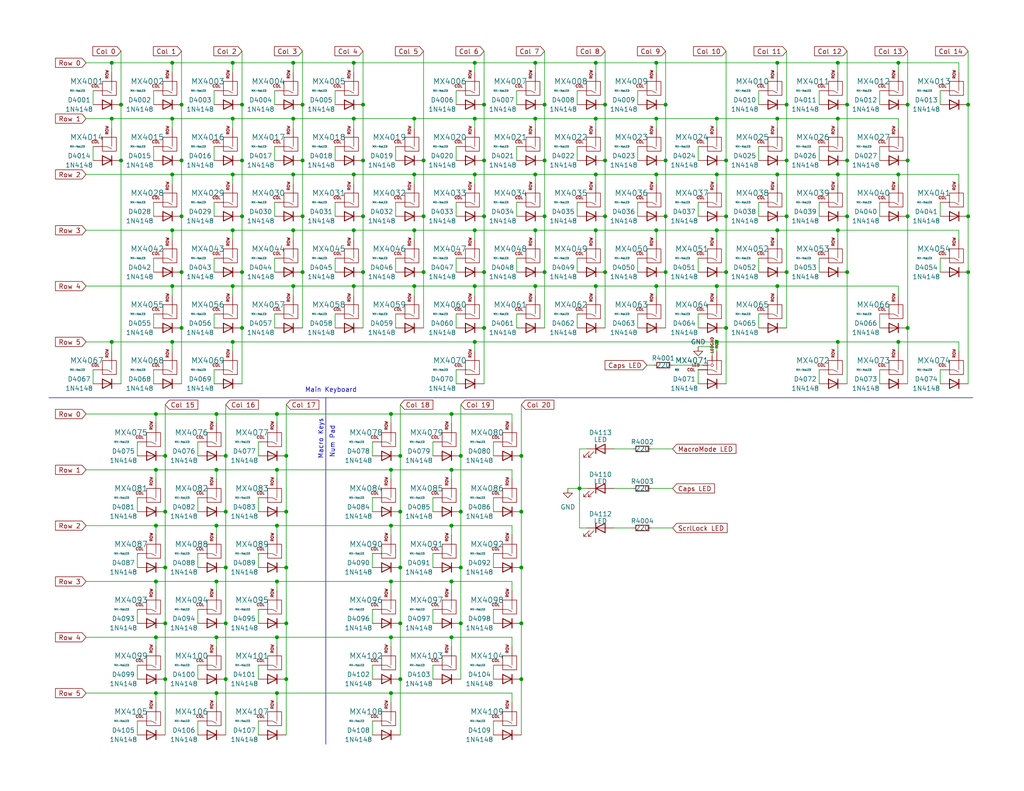
<source format=kicad_sch>
(kicad_sch (version 20230121) (generator eeschema)
  (paper "USLetter")
  (title_block (title "BadABoard MK1") (date "2022-09-13") (rev "1.0") (company "Callsign_Carrot") (comment 4 "Switch matrix."))
  (junction (at 99.06 59.055))
  (junction (at 181.61 28.575))
  (junction (at 45.085 170.18))
  (junction (at 146.05 32.385))
  (junction (at 129.54 47.625))
  (junction (at 99.06 43.815))
  (junction (at 78.105 170.18))
  (junction (at 142.24 185.42))
  (junction (at 198.12 89.535))
  (junction (at 46.99 78.105))
  (junction (at 125.73 139.7))
  (junction (at 80.01 47.625))
  (junction (at 80.01 78.105))
  (junction (at 63.5 47.625))
  (junction (at 42.545 128.27))
  (junction (at 113.03 78.105))
  (junction (at 165.1 43.815))
  (junction (at 195.58 32.385))
  (junction (at 231.14 43.815))
  (junction (at 214.63 59.055))
  (junction (at 132.08 89.535))
  (junction (at 63.5 32.385))
  (junction (at 212.09 47.625))
  (junction (at 123.19 173.99))
  (junction (at 46.99 47.625))
  (junction (at 125.73 154.94))
  (junction (at 59.055 158.75))
  (junction (at 129.54 78.105))
  (junction (at 80.01 62.865))
  (junction (at 132.08 28.575))
  (junction (at 82.55 59.055))
  (junction (at 109.22 170.18))
  (junction (at 49.53 89.535))
  (junction (at 142.24 139.7))
  (junction (at 96.52 17.145))
  (junction (at 82.55 43.815))
  (junction (at 33.02 43.815))
  (junction (at 61.595 154.94))
  (junction (at 96.52 62.865))
  (junction (at 75.565 173.99))
  (junction (at 82.55 28.575))
  (junction (at 132.08 74.295))
  (junction (at 109.22 154.94))
  (junction (at 78.105 124.46))
  (junction (at 115.57 43.815))
  (junction (at 109.22 139.7))
  (junction (at 228.6 47.625))
  (junction (at 212.09 78.105))
  (junction (at 245.11 47.625))
  (junction (at 61.595 170.18))
  (junction (at 162.56 47.625))
  (junction (at 231.14 74.295))
  (junction (at 264.16 74.295))
  (junction (at 59.055 113.03))
  (junction (at 148.59 59.055))
  (junction (at 148.59 74.295))
  (junction (at 165.1 28.575))
  (junction (at 264.16 59.055))
  (junction (at 63.5 93.345))
  (junction (at 214.63 43.815))
  (junction (at 132.08 43.815))
  (junction (at 106.68 143.51))
  (junction (at 109.22 124.46))
  (junction (at 198.12 74.295))
  (junction (at 146.05 62.865))
  (junction (at 106.68 173.99))
  (junction (at 42.545 158.75))
  (junction (at 198.12 43.815))
  (junction (at 113.03 32.385))
  (junction (at 148.59 28.575))
  (junction (at 63.5 62.865))
  (junction (at 42.545 189.23))
  (junction (at 78.105 139.7))
  (junction (at 75.565 158.75))
  (junction (at 109.22 185.42))
  (junction (at 45.085 154.94))
  (junction (at 146.05 78.105))
  (junction (at 148.59 43.815))
  (junction (at 245.11 17.145))
  (junction (at 106.68 113.03))
  (junction (at 30.48 93.345))
  (junction (at 132.08 59.055))
  (junction (at 59.055 143.51))
  (junction (at 49.53 59.055))
  (junction (at 33.02 28.575))
  (junction (at 113.03 47.625))
  (junction (at 82.55 74.295))
  (junction (at 80.01 32.385))
  (junction (at 142.24 154.94))
  (junction (at 158.115 133.35))
  (junction (at 30.48 17.145))
  (junction (at 78.105 154.94))
  (junction (at 129.54 17.145))
  (junction (at 198.12 59.055))
  (junction (at 228.6 32.385))
  (junction (at 123.19 158.75))
  (junction (at 80.01 17.145))
  (junction (at 42.545 173.99))
  (junction (at 75.565 113.03))
  (junction (at 228.6 93.345))
  (junction (at 146.05 47.625))
  (junction (at 181.61 74.295))
  (junction (at 247.65 43.815))
  (junction (at 142.24 170.18))
  (junction (at 46.99 62.865))
  (junction (at 106.68 128.27))
  (junction (at 75.565 189.23))
  (junction (at 66.04 74.295))
  (junction (at 195.58 62.865))
  (junction (at 66.04 28.575))
  (junction (at 61.595 124.46))
  (junction (at 42.545 143.51))
  (junction (at 165.1 74.295))
  (junction (at 75.565 143.51))
  (junction (at 195.58 47.625))
  (junction (at 123.19 143.51))
  (junction (at 231.14 28.575))
  (junction (at 228.6 17.145))
  (junction (at 146.05 17.145))
  (junction (at 181.61 59.055))
  (junction (at 214.63 28.575))
  (junction (at 59.055 128.27))
  (junction (at 247.65 28.575))
  (junction (at 162.56 78.105))
  (junction (at 179.07 78.105))
  (junction (at 228.6 62.865))
  (junction (at 45.085 139.7))
  (junction (at 123.19 113.03))
  (junction (at 214.63 74.295))
  (junction (at 212.09 62.865))
  (junction (at 45.085 185.42))
  (junction (at 96.52 32.385))
  (junction (at 66.04 89.535))
  (junction (at 179.07 47.625))
  (junction (at 49.53 74.295))
  (junction (at 99.06 28.575))
  (junction (at 129.54 32.385))
  (junction (at 96.52 47.625))
  (junction (at 179.07 62.865))
  (junction (at 113.03 62.865))
  (junction (at 247.65 89.535))
  (junction (at 75.565 128.27))
  (junction (at 165.1 59.055))
  (junction (at 49.53 28.575))
  (junction (at 125.73 170.18))
  (junction (at 162.56 17.145))
  (junction (at 181.61 43.815))
  (junction (at 125.73 124.46))
  (junction (at 63.5 78.105))
  (junction (at 46.99 17.145))
  (junction (at 115.57 59.055))
  (junction (at 129.54 62.865))
  (junction (at 42.545 113.03))
  (junction (at 245.11 93.345))
  (junction (at 212.09 17.145))
  (junction (at 59.055 173.99))
  (junction (at 115.57 74.295))
  (junction (at 212.09 32.385))
  (junction (at 247.65 59.055))
  (junction (at 61.595 139.7))
  (junction (at 96.52 78.105))
  (junction (at 66.04 43.815))
  (junction (at 99.06 74.295))
  (junction (at 61.595 185.42))
  (junction (at 49.53 43.815))
  (junction (at 46.99 32.385))
  (junction (at 142.24 124.46))
  (junction (at 66.04 59.055))
  (junction (at 129.54 93.345))
  (junction (at 30.48 32.385))
  (junction (at 78.105 185.42))
  (junction (at 46.99 93.345))
  (junction (at 179.07 17.145))
  (junction (at 123.19 128.27))
  (junction (at 231.14 59.055))
  (junction (at 106.68 189.23))
  (junction (at 45.085 124.46))
  (junction (at 59.055 189.23))
  (junction (at 195.58 93.345))
  (junction (at 162.56 32.385))
  (junction (at 106.68 158.75))
  (junction (at 195.58 78.105))
  (junction (at 264.16 28.575))
  (junction (at 179.07 32.385))
  (junction (at 63.5 17.145))
  (junction (at 162.56 62.865))
  (wire (pts (xy 142.24 124.46) (xy 142.24 139.7)))
  (wire (pts (xy 74.93 40.005) (xy 74.93 43.815)))
  (wire (pts (xy 46.99 78.105) (xy 46.99 80.645)))
  (wire (pts (xy 228.6 93.345) (xy 245.11 93.345)))
  (wire (pts (xy 198.12 74.295) (xy 198.12 89.535)))
  (wire (pts (xy 61.595 154.94) (xy 61.595 170.18)))
  (wire (pts (xy 58.42 70.485) (xy 58.42 74.295)))
  (wire (pts (xy 124.46 40.005) (xy 124.46 43.815)))
  (wire (pts (xy 30.48 93.345) (xy 30.48 95.885)))
  (wire (pts (xy 49.53 28.575) (xy 49.53 43.815)))
  (wire (pts (xy 96.52 47.625) (xy 113.03 47.625)))
  (wire (pts (xy 190.5 55.245) (xy 190.5 59.055)))
  (wire (pts (xy 75.565 189.23) (xy 106.68 189.23)))
  (wire (pts (xy 167.64 144.145) (xy 172.72 144.145)))
  (wire (pts (xy 106.68 128.27) (xy 123.19 128.27)))
  (wire (pts (xy 146.05 78.105) (xy 162.56 78.105)))
  (wire (pts (xy 46.99 17.145) (xy 63.5 17.145)))
  (wire (pts (xy 261.62 17.145) (xy 261.62 19.685)))
  (wire (pts (xy 181.61 59.055) (xy 181.61 74.295)))
  (wire (pts (xy 99.06 59.055) (xy 99.06 74.295)))
  (wire (pts (xy 162.56 78.105) (xy 179.07 78.105)))
  (wire (pts (xy 140.97 85.725) (xy 140.97 89.535)))
  (wire (pts (xy 157.48 40.005) (xy 157.48 43.815)))
  (wire (pts (xy 198.12 13.97) (xy 198.12 43.815)))
  (wire (pts (xy 106.68 158.75) (xy 106.68 161.29)))
  (wire (pts (xy 113.03 78.105) (xy 113.03 80.645)))
  (wire (pts (xy 165.1 59.055) (xy 165.1 74.295)))
  (wire (pts (xy 198.12 59.055) (xy 198.12 74.295)))
  (wire (pts (xy 59.055 173.99) (xy 59.055 176.53)))
  (wire (pts (xy 37.465 181.61) (xy 37.465 185.42)))
  (wire (pts (xy 58.42 85.725) (xy 58.42 89.535)))
  (wire (pts (xy 46.99 93.345) (xy 63.5 93.345)))
  (wire (pts (xy 113.03 62.865) (xy 129.54 62.865)))
  (wire (pts (xy 23.495 32.385) (xy 30.48 32.385)))
  (wire (pts (xy 41.91 100.965) (xy 41.91 104.775)))
  (wire (pts (xy 74.93 55.245) (xy 74.93 59.055)))
  (wire (pts (xy 134.62 166.37) (xy 134.62 170.18)))
  (wire (pts (xy 42.545 113.03) (xy 59.055 113.03)))
  (wire (pts (xy 173.99 24.765) (xy 173.99 28.575)))
  (wire (pts (xy 58.42 40.005) (xy 58.42 43.815)))
  (wire (pts (xy 129.54 47.625) (xy 129.54 50.165)))
  (wire (pts (xy 231.14 74.295) (xy 231.14 104.775)))
  (wire (pts (xy 106.68 113.03) (xy 106.68 115.57)))
  (wire (pts (xy 63.5 62.865) (xy 63.5 65.405)))
  (wire (pts (xy 140.97 70.485) (xy 140.97 74.295)))
  (wire (pts (xy 223.52 70.485) (xy 223.52 74.295)))
  (wire (pts (xy 74.93 85.725) (xy 74.93 89.535)))
  (wire (pts (xy 106.68 143.51) (xy 106.68 146.05)))
  (wire (pts (xy 42.545 113.03) (xy 42.545 115.57)))
  (wire (pts (xy 101.6 120.65) (xy 101.6 124.46)))
  (wire (pts (xy 82.55 13.97) (xy 82.55 28.575)))
  (wire (pts (xy 228.6 32.385) (xy 245.11 32.385)))
  (wire (pts (xy 132.08 13.97) (xy 132.08 28.575)))
  (wire (pts (xy 75.565 128.27) (xy 75.565 130.81)))
  (wire (pts (xy 125.73 139.7) (xy 125.73 154.94)))
  (wire (pts (xy 123.19 113.03) (xy 123.19 115.57)))
  (wire (pts (xy 41.91 24.765) (xy 41.91 28.575)))
  (wire (pts (xy 63.5 47.625) (xy 63.5 50.165)))
  (wire (pts (xy 25.4 100.965) (xy 25.4 104.775)))
  (wire (pts (xy 142.24 139.7) (xy 142.24 154.94)))
  (wire (pts (xy 261.62 62.865) (xy 261.62 65.405)))
  (wire (pts (xy 195.58 32.385) (xy 195.58 34.925)))
  (wire (pts (xy 66.04 13.97) (xy 66.04 28.575)))
  (wire (pts (xy 30.48 32.385) (xy 30.48 34.925)))
  (wire (pts (xy 23.495 113.03) (xy 42.545 113.03)))
  (wire (pts (xy 247.65 28.575) (xy 247.65 43.815)))
  (wire (pts (xy 214.63 74.295) (xy 214.63 89.535)))
  (wire (pts (xy 70.485 120.65) (xy 70.485 124.46)))
  (wire (pts (xy 78.105 124.46) (xy 78.105 139.7)))
  (wire (pts (xy 41.91 40.005) (xy 41.91 43.815)))
  (wire (pts (xy 118.11 135.89) (xy 118.11 139.7)))
  (wire (pts (xy 37.465 151.13) (xy 37.465 154.94)))
  (wire (pts (xy 231.14 59.055) (xy 231.14 74.295)))
  (wire (pts (xy 115.57 74.295) (xy 115.57 89.535)))
  (wire (pts (xy 177.8 144.145) (xy 183.515 144.145)))
  (wire (pts (xy 228.6 47.625) (xy 245.11 47.625)))
  (wire (pts (xy 146.05 32.385) (xy 162.56 32.385)))
  (wire (pts (xy 80.01 78.105) (xy 80.01 80.645)))
  (wire (pts (xy 173.99 70.485) (xy 173.99 74.295)))
  (wire (pts (xy 181.61 43.815) (xy 181.61 59.055)))
  (wire (pts (xy 53.975 166.37) (xy 53.975 170.18)))
  (wire (pts (xy 214.63 59.055) (xy 214.63 74.295)))
  (wire (pts (xy 162.56 17.145) (xy 162.56 19.685)))
  (wire (pts (xy 245.11 93.345) (xy 261.62 93.345)))
  (wire (pts (xy 148.59 13.97) (xy 148.59 28.575)))
  (wire (pts (xy 118.11 166.37) (xy 118.11 170.18)))
  (wire (pts (xy 109.22 185.42) (xy 109.22 200.66)))
  (wire (pts (xy 42.545 189.23) (xy 42.545 191.77)))
  (wire (pts (xy 124.46 55.245) (xy 124.46 59.055)))
  (wire (pts (xy 125.73 170.18) (xy 125.73 185.42)))
  (wire (pts (xy 139.7 189.23) (xy 139.7 191.77)))
  (wire (pts (xy 80.01 17.145) (xy 80.01 19.685)))
  (wire (pts (xy 245.11 32.385) (xy 245.11 34.925)))
  (wire (pts (xy 75.565 158.75) (xy 106.68 158.75)))
  (wire (pts (xy 99.06 43.815) (xy 99.06 59.055)))
  (wire (pts (xy 53.975 135.89) (xy 53.975 139.7)))
  (wire (pts (xy 228.6 17.145) (xy 228.6 19.685)))
  (wire (pts (xy 82.55 43.815) (xy 82.55 59.055)))
  (wire (pts (xy 212.09 62.865) (xy 212.09 65.405)))
  (wire (pts (xy 91.44 40.005) (xy 91.44 43.815)))
  (wire (pts (xy 80.01 47.625) (xy 96.52 47.625)))
  (wire (pts (xy 183.515 99.695) (xy 191.77 99.695)))
  (wire (pts (xy 49.53 13.97) (xy 49.53 28.575)))
  (wire (pts (xy 167.64 122.555) (xy 172.72 122.555)))
  (wire (pts (xy 179.07 62.865) (xy 179.07 65.405)))
  (wire (pts (xy 223.52 24.765) (xy 223.52 28.575)))
  (wire (pts (xy 240.03 85.725) (xy 240.03 89.535)))
  (wire (pts (xy 139.7 143.51) (xy 139.7 146.05)))
  (wire (pts (xy 46.99 62.865) (xy 63.5 62.865)))
  (wire (pts (xy 45.085 110.49) (xy 45.085 124.46)))
  (wire (pts (xy 162.56 32.385) (xy 179.07 32.385)))
  (wire (pts (xy 181.61 13.97) (xy 181.61 28.575)))
  (wire (pts (xy 134.62 135.89) (xy 134.62 139.7)))
  (wire (pts (xy 59.055 128.27) (xy 59.055 130.81)))
  (wire (pts (xy 80.01 32.385) (xy 80.01 34.925)))
  (wire (pts (xy 190.5 100.965) (xy 190.5 104.775)))
  (wire (pts (xy 129.54 78.105) (xy 129.54 80.645)))
  (wire (pts (xy 78.105 170.18) (xy 78.105 185.42)))
  (wire (pts (xy 264.16 28.575) (xy 264.16 59.055)))
  (wire (pts (xy 61.595 110.49) (xy 61.595 124.46)))
  (wire (pts (xy 30.48 17.145) (xy 30.48 19.685)))
  (wire (pts (xy 181.61 74.295) (xy 181.61 89.535)))
  (wire (pts (xy 146.05 47.625) (xy 162.56 47.625)))
  (wire (pts (xy 75.565 173.99) (xy 106.68 173.99)))
  (wire (pts (xy 109.22 124.46) (xy 109.22 139.7)))
  (wire (pts (xy 63.5 78.105) (xy 63.5 80.645)))
  (wire (pts (xy 33.02 43.815) (xy 33.02 104.775)))
  (wire (pts (xy 162.56 62.865) (xy 162.56 65.405)))
  (wire (pts (xy 70.485 196.85) (xy 70.485 200.66)))
  (wire (pts (xy 173.99 85.725) (xy 173.99 89.535)))
  (wire (pts (xy 124.46 70.485) (xy 124.46 74.295)))
  (wire (pts (xy 46.99 47.625) (xy 63.5 47.625)))
  (wire (pts (xy 118.11 181.61) (xy 118.11 185.42)))
  (wire (pts (xy 78.105 110.49) (xy 78.105 124.46)))
  (wire (pts (xy 30.48 17.145) (xy 46.99 17.145)))
  (wire (pts (xy 78.105 185.42) (xy 78.105 200.66)))
  (wire (pts (xy 124.46 100.965) (xy 124.46 104.775)))
  (wire (pts (xy 107.95 85.725) (xy 107.95 89.535)))
  (wire (pts (xy 123.19 128.27) (xy 139.7 128.27)))
  (wire (pts (xy 162.56 62.865) (xy 179.07 62.865)))
  (wire (pts (xy 23.495 78.105) (xy 46.99 78.105)))
  (wire (pts (xy 70.485 135.89) (xy 70.485 139.7)))
  (wire (pts (xy 53.975 120.65) (xy 53.975 124.46)))
  (wire (pts (xy 99.06 13.97) (xy 99.06 28.575)))
  (wire (pts (xy 49.53 43.815) (xy 49.53 59.055)))
  (wire (pts (xy 41.91 70.485) (xy 41.91 74.295)))
  (wire (pts (xy 129.54 62.865) (xy 129.54 65.405)))
  (wire (pts (xy 96.52 32.385) (xy 96.52 34.925)))
  (wire (pts (xy 107.95 40.005) (xy 107.95 43.815)))
  (wire (pts (xy 42.545 158.75) (xy 42.545 161.29)))
  (wire (pts (xy 228.6 32.385) (xy 228.6 34.925)))
  (wire (pts (xy 228.6 62.865) (xy 228.6 65.405)))
  (wire (pts (xy 256.54 55.245) (xy 256.54 59.055)))
  (wire (pts (xy 158.115 133.35) (xy 158.115 144.145)))
  (wire (pts (xy 96.52 17.145) (xy 129.54 17.145)))
  (wire (pts (xy 245.11 17.145) (xy 261.62 17.145)))
  (wire (pts (xy 165.1 28.575) (xy 165.1 43.815)))
  (wire (pts (xy 139.7 113.03) (xy 139.7 115.57)))
  (wire (pts (xy 132.08 43.815) (xy 132.08 59.055)))
  (wire (pts (xy 74.93 70.485) (xy 74.93 74.295)))
  (wire (pts (xy 264.16 74.295) (xy 264.16 104.775)))
  (wire (pts (xy 247.65 59.055) (xy 247.65 89.535)))
  (wire (pts (xy 78.105 139.7) (xy 78.105 154.94)))
  (wire (pts (xy 123.19 128.27) (xy 123.19 130.81)))
  (wire (pts (xy 58.42 24.765) (xy 58.42 28.575)))
  (wire (pts (xy 134.62 120.65) (xy 134.62 124.46)))
  (wire (pts (xy 129.54 17.145) (xy 146.05 17.145)))
  (wire (pts (xy 46.99 93.345) (xy 46.99 95.885)))
  (wire (pts (xy 157.48 85.725) (xy 157.48 89.535)))
  (wire (pts (xy 125.73 124.46) (xy 125.73 139.7)))
  (wire (pts (xy 132.08 59.055) (xy 132.08 74.295)))
  (wire (pts (xy 207.01 85.725) (xy 207.01 89.535)))
  (wire (pts (xy 154.94 133.35) (xy 158.115 133.35)))
  (wire (pts (xy 80.01 78.105) (xy 96.52 78.105)))
  (wire (pts (xy 167.64 133.35) (xy 172.72 133.35)))
  (wire (pts (xy 23.495 189.23) (xy 42.545 189.23)))
  (wire (pts (xy 214.63 28.575) (xy 214.63 43.815)))
  (wire (pts (xy 118.11 151.13) (xy 118.11 154.94)))
  (wire (pts (xy 146.05 32.385) (xy 146.05 34.925)))
  (wire (pts (xy 37.465 120.65) (xy 37.465 124.46)))
  (wire (pts (xy 132.08 89.535) (xy 132.08 104.775)))
  (wire (pts (xy 118.11 120.65) (xy 118.11 124.46)))
  (wire (pts (xy 61.595 139.7) (xy 61.595 154.94)))
  (wire (pts (xy 261.62 47.625) (xy 261.62 50.165)))
  (wire (pts (xy 179.07 47.625) (xy 195.58 47.625)))
  (wire (pts (xy 240.03 100.965) (xy 240.03 104.775)))
  (wire (pts (xy 207.01 70.485) (xy 207.01 74.295)))
  (wire (pts (xy 37.465 196.85) (xy 37.465 200.66)))
  (wire (pts (xy 162.56 47.625) (xy 179.07 47.625)))
  (wire (pts (xy 165.1 74.295) (xy 165.1 89.535)))
  (wire (pts (xy 30.48 93.345) (xy 46.99 93.345)))
  (wire (pts (xy 59.055 158.75) (xy 75.565 158.75)))
  (wire (pts (xy 106.68 113.03) (xy 123.19 113.03)))
  (wire (pts (xy 195.58 47.625) (xy 195.58 50.165)))
  (wire (pts (xy 75.565 128.27) (xy 106.68 128.27)))
  (wire (pts (xy 129.54 32.385) (xy 129.54 34.925)))
  (wire (pts (xy 245.11 47.625) (xy 245.11 50.165)))
  (wire (pts (xy 261.62 93.345) (xy 261.62 95.885)))
  (wire (pts (xy 212.09 47.625) (xy 228.6 47.625)))
  (wire (pts (xy 179.07 32.385) (xy 195.58 32.385)))
  (wire (pts (xy 195.58 62.865) (xy 195.58 65.405)))
  (wire (pts (xy 123.19 158.75) (xy 123.19 161.29)))
  (wire (pts (xy 66.04 89.535) (xy 66.04 104.775)))
  (wire (pts (xy 212.09 47.625) (xy 212.09 50.165)))
  (wire (pts (xy 195.58 93.345) (xy 228.6 93.345)))
  (wire (pts (xy 70.485 181.61) (xy 70.485 185.42)))
  (wire (pts (xy 240.03 40.005) (xy 240.03 43.815)))
  (wire (pts (xy 59.055 113.03) (xy 59.055 115.57)))
  (wire (pts (xy 63.5 32.385) (xy 63.5 34.925)))
  (wire (pts (xy 240.03 24.765) (xy 240.03 28.575)))
  (wire (pts (xy 123.19 173.99) (xy 139.7 173.99)))
  (wire (pts (xy 157.48 24.765) (xy 157.48 28.575)))
  (wire (pts (xy 134.62 151.13) (xy 134.62 154.94)))
  (wire (pts (xy 23.495 17.145) (xy 30.48 17.145)))
  (wire (pts (xy 223.52 100.965) (xy 223.52 104.775)))
  (wire (pts (xy 194.31 97.155) (xy 194.31 94.615)))
  (wire (pts (xy 129.54 93.345) (xy 195.58 93.345)))
  (wire (pts (xy 59.055 143.51) (xy 75.565 143.51)))
  (wire (pts (xy 173.99 55.245) (xy 173.99 59.055)))
  (wire (pts (xy 42.545 143.51) (xy 59.055 143.51)))
  (wire (pts (xy 106.68 143.51) (xy 123.19 143.51)))
  (wire (pts (xy 42.545 143.51) (xy 42.545 146.05)))
  (wire (pts (xy 45.085 124.46) (xy 45.085 139.7)))
  (wire (pts (xy 190.5 70.485) (xy 190.5 74.295)))
  (wire (pts (xy 228.6 62.865) (xy 261.62 62.865)))
  (wire (pts (xy 179.07 17.145) (xy 179.07 19.685)))
  (wire (pts (xy 23.495 143.51) (xy 42.545 143.51)))
  (wire (pts (xy 195.58 32.385) (xy 212.09 32.385)))
  (wire (pts (xy 46.99 47.625) (xy 46.99 50.165)))
  (wire (pts (xy 231.14 13.97) (xy 231.14 28.575)))
  (wire (pts (xy 99.06 74.295) (xy 99.06 89.535)))
  (wire (pts (xy 23.495 158.75) (xy 42.545 158.75)))
  (wire (pts (xy 228.6 47.625) (xy 228.6 50.165)))
  (wire (pts (xy 25.4 40.005) (xy 25.4 43.815)))
  (wire (pts (xy 207.01 40.005) (xy 207.01 43.815)))
  (wire (pts (xy 109.22 154.94) (xy 109.22 170.18)))
  (wire (pts (xy 23.495 93.345) (xy 30.48 93.345)))
  (wire (pts (xy 231.14 28.575) (xy 231.14 43.815)))
  (wire (pts (xy 49.53 59.055) (xy 49.53 74.295)))
  (wire (pts (xy 140.97 55.245) (xy 140.97 59.055)))
  (wire (pts (xy 66.04 43.815) (xy 66.04 59.055)))
  (wire (pts (xy 96.52 62.865) (xy 96.52 65.405)))
  (wire (pts (xy 124.46 85.725) (xy 124.46 89.535)))
  (wire (pts (xy 177.8 133.35) (xy 183.515 133.35)))
  (wire (pts (xy 82.55 59.055) (xy 82.55 74.295)))
  (wire (pts (xy 49.53 74.295) (xy 49.53 89.535)))
  (wire (pts (xy 80.01 32.385) (xy 96.52 32.385)))
  (wire (pts (xy 74.93 24.765) (xy 74.93 28.575)))
  (wire (pts (xy 66.04 74.295) (xy 66.04 89.535)))
  (wire (pts (xy 212.09 17.145) (xy 212.09 19.685)))
  (wire (pts (xy 63.5 78.105) (xy 80.01 78.105)))
  (wire (pts (xy 198.12 89.535) (xy 198.12 104.775)))
  (wire (pts (xy 80.01 17.145) (xy 96.52 17.145)))
  (wire (pts (xy 75.565 113.03) (xy 106.68 113.03)))
  (wire (pts (xy 80.01 62.865) (xy 80.01 65.405)))
  (wire (pts (xy 63.5 32.385) (xy 80.01 32.385)))
  (wire (pts (xy 245.11 47.625) (xy 261.62 47.625)))
  (wire (pts (xy 101.6 196.85) (xy 101.6 200.66)))
  (wire (pts (xy 101.6 135.89) (xy 101.6 139.7)))
  (wire (pts (xy 142.24 185.42) (xy 142.24 200.66)))
  (wire (pts (xy 46.99 32.385) (xy 63.5 32.385)))
  (wire (pts (xy 158.115 133.35) (xy 158.115 122.555)))
  (wire (pts (xy 162.56 17.145) (xy 179.07 17.145)))
  (wire (pts (xy 107.95 55.245) (xy 107.95 59.055)))
  (wire (pts (xy 106.68 173.99) (xy 106.68 176.53)))
  (wire (pts (xy 53.975 181.61) (xy 53.975 185.42)))
  (wire (pts (xy 41.91 55.245) (xy 41.91 59.055)))
  (wire (pts (xy 96.52 78.105) (xy 113.03 78.105)))
  (wire (pts (xy 59.055 113.03) (xy 75.565 113.03)))
  (wire (pts (xy 63.5 47.625) (xy 80.01 47.625)))
  (wire (pts (xy 80.01 62.865) (xy 96.52 62.865)))
  (wire (pts (xy 247.65 89.535) (xy 247.65 104.775)))
  (wire (pts (xy 106.68 173.99) (xy 123.19 173.99)))
  (wire (pts (xy 231.14 43.815) (xy 231.14 59.055)))
  (wire (pts (xy 212.09 17.145) (xy 228.6 17.145)))
  (wire (pts (xy 173.99 40.005) (xy 173.99 43.815)))
  (wire (pts (xy 96.52 47.625) (xy 96.52 50.165)))
  (wire (pts (xy 75.565 113.03) (xy 75.565 115.57)))
  (wire (pts (xy 59.055 143.51) (xy 59.055 146.05)))
  (wire (pts (xy 123.19 173.99) (xy 123.19 176.53)))
  (wire (pts (xy 23.495 173.99) (xy 42.545 173.99)))
  (wire (pts (xy 45.085 139.7) (xy 45.085 154.94)))
  (wire (pts (xy 75.565 173.99) (xy 75.565 176.53)))
  (wire (pts (xy 46.99 78.105) (xy 63.5 78.105)))
  (wire (pts (xy 139.7 173.99) (xy 139.7 176.53)))
  (wire (pts (xy 214.63 43.815) (xy 214.63 59.055)))
  (wire (pts (xy 125.73 154.94) (xy 125.73 170.18)))
  (wire (pts (xy 58.42 100.965) (xy 58.42 104.775)))
  (wire (pts (xy 134.62 181.61) (xy 134.62 185.42)))
  (wire (pts (xy 212.09 78.105) (xy 212.09 80.645)))
  (wire (pts (xy 162.56 78.105) (xy 162.56 80.645)))
  (wire (pts (xy 101.6 181.61) (xy 101.6 185.42)))
  (wire (pts (xy 158.115 122.555) (xy 160.02 122.555)))
  (wire (pts (xy 132.08 28.575) (xy 132.08 43.815)))
  (wire (pts (xy 195.58 78.105) (xy 195.58 80.645)))
  (wire (pts (xy 59.055 128.27) (xy 75.565 128.27)))
  (wire (pts (xy 146.05 17.145) (xy 162.56 17.145)))
  (wire (pts (xy 146.05 62.865) (xy 146.05 65.405)))
  (wire (pts (xy 247.65 43.815) (xy 247.65 59.055)))
  (wire (pts (xy 70.485 151.13) (xy 70.485 154.94)))
  (wire (pts (xy 165.1 43.815) (xy 165.1 59.055)))
  (wire (pts (xy 146.05 62.865) (xy 162.56 62.865)))
  (wire (pts (xy 96.52 17.145) (xy 96.52 19.685)))
  (wire (pts (xy 142.24 154.94) (xy 142.24 170.18)))
  (wire (pts (xy 212.09 62.865) (xy 228.6 62.865)))
  (wire (pts (xy 23.495 47.625) (xy 46.99 47.625)))
  (wire (pts (xy 59.055 189.23) (xy 59.055 191.77)))
  (wire (pts (xy 99.06 28.575) (xy 99.06 43.815)))
  (wire (pts (xy 179.07 32.385) (xy 179.07 34.925)))
  (wire (pts (xy 61.595 124.46) (xy 61.595 139.7)))
  (polyline (pts (xy 88.9 108.585) (xy 88.9 203.2)))
  (wire (pts (xy 46.99 62.865) (xy 46.99 65.405)))
  (wire (pts (xy 107.95 70.485) (xy 107.95 74.295)))
  (wire (pts (xy 106.68 189.23) (xy 139.7 189.23)))
  (wire (pts (xy 190.5 85.725) (xy 190.5 89.535)))
  (wire (pts (xy 179.07 17.145) (xy 212.09 17.145)))
  (wire (pts (xy 123.19 143.51) (xy 123.19 146.05)))
  (wire (pts (xy 123.19 143.51) (xy 139.7 143.51)))
  (wire (pts (xy 91.44 55.245) (xy 91.44 59.055)))
  (wire (pts (xy 140.97 24.765) (xy 140.97 28.575)))
  (wire (pts (xy 115.57 59.055) (xy 115.57 74.295)))
  (wire (pts (xy 125.73 110.49) (xy 125.73 124.46)))
  (wire (pts (xy 264.16 59.055) (xy 264.16 74.295)))
  (wire (pts (xy 109.22 110.49) (xy 109.22 124.46)))
  (wire (pts (xy 129.54 32.385) (xy 146.05 32.385)))
  (wire (pts (xy 109.22 170.18) (xy 109.22 185.42)))
  (wire (pts (xy 41.91 85.725) (xy 41.91 89.535)))
  (wire (pts (xy 256.54 24.765) (xy 256.54 28.575)))
  (wire (pts (xy 129.54 78.105) (xy 146.05 78.105)))
  (wire (pts (xy 179.07 62.865) (xy 195.58 62.865)))
  (wire (pts (xy 113.03 32.385) (xy 129.54 32.385)))
  (wire (pts (xy 82.55 74.295) (xy 82.55 89.535)))
  (wire (pts (xy 96.52 32.385) (xy 113.03 32.385)))
  (wire (pts (xy 46.99 17.145) (xy 46.99 19.685)))
  (wire (pts (xy 45.085 185.42) (xy 45.085 200.66)))
  (wire (pts (xy 61.595 185.42) (xy 61.595 200.66)))
  (wire (pts (xy 33.02 13.97) (xy 33.02 28.575)))
  (wire (pts (xy 106.68 128.27) (xy 106.68 130.81)))
  (wire (pts (xy 256.54 100.965) (xy 256.54 104.775)))
  (wire (pts (xy 91.44 24.765) (xy 91.44 28.575)))
  (wire (pts (xy 78.105 154.94) (xy 78.105 170.18)))
  (wire (pts (xy 42.545 128.27) (xy 59.055 128.27)))
  (wire (pts (xy 129.54 17.145) (xy 129.54 19.685)))
  (wire (pts (xy 113.03 47.625) (xy 113.03 50.165)))
  (wire (pts (xy 223.52 40.005) (xy 223.52 43.815)))
  (wire (pts (xy 123.19 158.75) (xy 139.7 158.75)))
  (wire (pts (xy 146.05 47.625) (xy 146.05 50.165)))
  (wire (pts (xy 245.11 93.345) (xy 245.11 95.885)))
  (wire (pts (xy 129.54 62.865) (xy 146.05 62.865)))
  (wire (pts (xy 42.545 173.99) (xy 42.545 176.53)))
  (wire (pts (xy 63.5 93.345) (xy 63.5 95.885)))
  (wire (pts (xy 30.48 32.385) (xy 46.99 32.385)))
  (wire (pts (xy 146.05 17.145) (xy 146.05 19.685)))
  (wire (pts (xy 139.7 128.27) (xy 139.7 130.81)))
  (wire (pts (xy 264.16 13.97) (xy 264.16 28.575)))
  (wire (pts (xy 223.52 55.245) (xy 223.52 59.055)))
  (wire (pts (xy 177.8 122.555) (xy 183.515 122.555)))
  (wire (pts (xy 240.03 55.245) (xy 240.03 59.055)))
  (wire (pts (xy 25.4 24.765) (xy 25.4 28.575)))
  (wire (pts (xy 37.465 135.89) (xy 37.465 139.7)))
  (wire (pts (xy 157.48 55.245) (xy 157.48 59.055)))
  (wire (pts (xy 207.01 55.245) (xy 207.01 59.055)))
  (wire (pts (xy 59.055 189.23) (xy 75.565 189.23)))
  (wire (pts (xy 212.09 32.385) (xy 228.6 32.385)))
  (wire (pts (xy 142.24 170.18) (xy 142.24 185.42)))
  (wire (pts (xy 33.02 28.575) (xy 33.02 43.815)))
  (wire (pts (xy 176.53 99.695) (xy 178.435 99.695)))
  (wire (pts (xy 115.57 13.97) (xy 115.57 43.815)))
  (polyline (pts (xy 13.335 108.585) (xy 265.43 108.585)))
  (wire (pts (xy 75.565 189.23) (xy 75.565 191.77)))
  (wire (pts (xy 228.6 93.345) (xy 228.6 95.885)))
  (wire (pts (xy 58.42 55.245) (xy 58.42 59.055)))
  (wire (pts (xy 157.48 70.485) (xy 157.48 74.295)))
  (wire (pts (xy 115.57 43.815) (xy 115.57 59.055)))
  (wire (pts (xy 124.46 24.765) (xy 124.46 28.575)))
  (wire (pts (xy 61.595 170.18) (xy 61.595 185.42)))
  (wire (pts (xy 129.54 93.345) (xy 129.54 95.885)))
  (wire (pts (xy 256.54 70.485) (xy 256.54 74.295)))
  (wire (pts (xy 59.055 173.99) (xy 75.565 173.99)))
  (wire (pts (xy 142.24 110.49) (xy 142.24 124.46)))
  (wire (pts (xy 70.485 166.37) (xy 70.485 170.18)))
  (wire (pts (xy 158.115 133.35) (xy 160.02 133.35)))
  (wire (pts (xy 109.22 139.7) (xy 109.22 154.94)))
  (wire (pts (xy 113.03 47.625) (xy 129.54 47.625)))
  (wire (pts (xy 91.44 85.725) (xy 91.44 89.535)))
  (wire (pts (xy 195.58 93.345) (xy 195.58 95.885)))
  (wire (pts (xy 113.03 32.385) (xy 113.03 34.925)))
  (wire (pts (xy 181.61 28.575) (xy 181.61 43.815)))
  (wire (pts (xy 165.1 13.97) (xy 165.1 28.575)))
  (wire (pts (xy 148.59 28.575) (xy 148.59 43.815)))
  (wire (pts (xy 96.52 62.865) (xy 113.03 62.865)))
  (wire (pts (xy 63.5 17.145) (xy 80.01 17.145)))
  (wire (pts (xy 82.55 28.575) (xy 82.55 43.815)))
  (wire (pts (xy 42.545 173.99) (xy 59.055 173.99)))
  (wire (pts (xy 46.99 32.385) (xy 46.99 34.925)))
  (wire (pts (xy 80.01 47.625) (xy 80.01 50.165)))
  (wire (pts (xy 53.975 151.13) (xy 53.975 154.94)))
  (wire (pts (xy 139.7 158.75) (xy 139.7 161.29)))
  (wire (pts (xy 148.59 43.815) (xy 148.59 59.055)))
  (wire (pts (xy 42.545 158.75) (xy 59.055 158.75)))
  (wire (pts (xy 113.03 62.865) (xy 113.03 65.405)))
  (wire (pts (xy 96.52 78.105) (xy 96.52 80.645)))
  (wire (pts (xy 42.545 128.27) (xy 42.545 130.81)))
  (wire (pts (xy 75.565 143.51) (xy 106.68 143.51)))
  (wire (pts (xy 228.6 17.145) (xy 245.11 17.145)))
  (wire (pts (xy 190.5 40.005) (xy 190.5 43.815)))
  (wire (pts (xy 63.5 62.865) (xy 80.01 62.865)))
  (wire (pts (xy 195.58 47.625) (xy 212.09 47.625)))
  (wire (pts (xy 162.56 47.625) (xy 162.56 50.165)))
  (wire (pts (xy 195.58 62.865) (xy 212.09 62.865)))
  (wire (pts (xy 75.565 143.51) (xy 75.565 146.05)))
  (wire (pts (xy 37.465 166.37) (xy 37.465 170.18)))
  (wire (pts (xy 179.07 78.105) (xy 179.07 80.645)))
  (wire (pts (xy 106.68 189.23) (xy 106.68 191.77)))
  (wire (pts (xy 53.975 196.85) (xy 53.975 200.66)))
  (wire (pts (xy 101.6 151.13) (xy 101.6 154.94)))
  (wire (pts (xy 212.09 32.385) (xy 212.09 34.925)))
  (wire (pts (xy 162.56 32.385) (xy 162.56 34.925)))
  (wire (pts (xy 49.53 89.535) (xy 49.53 104.775)))
  (wire (pts (xy 45.085 170.18) (xy 45.085 185.42)))
  (wire (pts (xy 132.08 74.295) (xy 132.08 89.535)))
  (wire (pts (xy 247.65 13.97) (xy 247.65 28.575)))
  (wire (pts (xy 158.115 144.145) (xy 160.02 144.145)))
  (wire (pts (xy 245.11 17.145) (xy 245.11 19.685)))
  (wire (pts (xy 179.07 78.105) (xy 195.58 78.105)))
  (wire (pts (xy 123.19 113.03) (xy 139.7 113.03)))
  (wire (pts (xy 101.6 166.37) (xy 101.6 170.18)))
  (wire (pts (xy 113.03 78.105) (xy 129.54 78.105)))
  (wire (pts (xy 42.545 189.23) (xy 59.055 189.23)))
  (wire (pts (xy 207.01 24.765) (xy 207.01 28.575)))
  (wire (pts (xy 59.055 158.75) (xy 59.055 161.29)))
  (wire (pts (xy 194.31 94.615) (xy 190.5 94.615)))
  (wire (pts (xy 23.495 128.27) (xy 42.545 128.27)))
  (wire (pts (xy 66.04 28.575) (xy 66.04 43.815)))
  (wire (pts (xy 75.565 158.75) (xy 75.565 161.29)))
  (wire (pts (xy 245.11 78.105) (xy 245.11 80.645)))
  (wire (pts (xy 134.62 196.85) (xy 134.62 200.66)))
  (wire (pts (xy 129.54 47.625) (xy 146.05 47.625)))
  (wire (pts (xy 195.58 78.105) (xy 212.09 78.105)))
  (wire (pts (xy 214.63 13.97) (xy 214.63 28.575)))
  (wire (pts (xy 140.97 40.005) (xy 140.97 43.815)))
  (wire (pts (xy 45.085 154.94) (xy 45.085 170.18)))
  (wire (pts (xy 91.44 70.485) (xy 91.44 74.295)))
  (wire (pts (xy 148.59 59.055) (xy 148.59 74.295)))
  (wire (pts (xy 146.05 78.105) (xy 146.05 80.645)))
  (wire (pts (xy 23.495 62.865) (xy 46.99 62.865)))
  (wire (pts (xy 198.12 43.815) (xy 198.12 59.055)))
  (wire (pts (xy 63.5 93.345) (xy 129.54 93.345)))
  (wire (pts (xy 148.59 74.295) (xy 148.59 89.535)))
  (wire (pts (xy 66.04 59.055) (xy 66.04 74.295)))
  (wire (pts (xy 106.68 158.75) (xy 123.19 158.75)))
  (wire (pts (xy 179.07 47.625) (xy 179.07 50.165)))
  (wire (pts (xy 63.5 17.145) (xy 63.5 19.685)))
  (wire (pts (xy 212.09 78.105) (xy 245.11 78.105)))
  (text "Macro Keys" (at 88.265 114.3 90) (effects (font (size 1.27 1.27)) (justify right bottom)))
  (text "Num Pad" (at 91.44 125.095 90) (effects (font (size 1.27 1.27)) (justify left bottom)))
  (text "Main Keyboard" (at 83.185 107.315 0) (effects (font (size 1.27 1.27)) (justify left bottom)))
  (global_label "Caps LED" (shape input) (at 183.515 133.35 0) (property "Intersheetrefs" "${INTERSHEET_REFS}" (effects hide)))
  (global_label "Col 15" (shape input) (at 45.085 110.49 0) (property "Intersheetrefs" "${INTERSHEET_REFS}" (effects hide)))
  (global_label "Row 3" (shape input) (at 23.495 62.865 180) (property "Intersheetrefs" "${INTERSHEET_REFS}" (effects hide)))
  (global_label "Row 5" (shape input) (at 23.495 189.23 180) (property "Intersheetrefs" "${INTERSHEET_REFS}" (effects hide)))
  (global_label "Row 5" (shape input) (at 23.495 93.345 180) (property "Intersheetrefs" "${INTERSHEET_REFS}" (effects hide)))
  (global_label "Row 4" (shape input) (at 23.495 78.105 180) (property "Intersheetrefs" "${INTERSHEET_REFS}" (effects hide)))
  (global_label "Col 14" (shape input) (at 264.16 13.97 180) (property "Intersheetrefs" "${INTERSHEET_REFS}" (effects hide)))
  (global_label "Caps LED" (shape input) (at 176.53 99.695 180) (property "Intersheetrefs" "${INTERSHEET_REFS}" (effects hide)))
  (global_label "Col 3" (shape input) (at 82.55 13.97 180) (property "Intersheetrefs" "${INTERSHEET_REFS}" (effects hide)))
  (global_label "Row 0" (shape input) (at 23.495 17.145 180) (property "Intersheetrefs" "${INTERSHEET_REFS}" (effects hide)))
  (global_label "ScrlLock LED" (shape input) (at 183.515 144.145 0) (property "Intersheetrefs" "${INTERSHEET_REFS}" (effects hide)))
  (global_label "Col 0" (shape input) (at 33.02 13.97 180) (property "Intersheetrefs" "${INTERSHEET_REFS}" (effects hide)))
  (global_label "Col 4" (shape input) (at 99.06 13.97 180) (property "Intersheetrefs" "${INTERSHEET_REFS}" (effects hide)))
  (global_label "Row 0" (shape input) (at 23.495 113.03 180) (property "Intersheetrefs" "${INTERSHEET_REFS}" (effects hide)))
  (global_label "Row 2" (shape input) (at 23.495 47.625 180) (property "Intersheetrefs" "${INTERSHEET_REFS}" (effects hide)))
  (global_label "Col 13" (shape input) (at 247.65 13.97 180) (property "Intersheetrefs" "${INTERSHEET_REFS}" (effects hide)))
  (global_label "Col 10" (shape input) (at 198.12 13.97 180) (property "Intersheetrefs" "${INTERSHEET_REFS}" (effects hide)))
  (global_label "Col 2" (shape input) (at 66.04 13.97 180) (property "Intersheetrefs" "${INTERSHEET_REFS}" (effects hide)))
  (global_label "Row 3" (shape input) (at 23.495 158.75 180) (property "Intersheetrefs" "${INTERSHEET_REFS}" (effects hide)))
  (global_label "Col 9" (shape input) (at 181.61 13.97 180) (property "Intersheetrefs" "${INTERSHEET_REFS}" (effects hide)))
  (global_label "Col 8" (shape input) (at 165.1 13.97 180) (property "Intersheetrefs" "${INTERSHEET_REFS}" (effects hide)))
  (global_label "Col 5" (shape input) (at 115.57 13.97 180) (property "Intersheetrefs" "${INTERSHEET_REFS}" (effects hide)))
  (global_label "Row 1" (shape input) (at 23.495 128.27 180) (property "Intersheetrefs" "${INTERSHEET_REFS}" (effects hide)))
  (global_label "Col 11" (shape input) (at 214.63 13.97 180) (property "Intersheetrefs" "${INTERSHEET_REFS}" (effects hide)))
  (global_label "Col 19" (shape input) (at 125.73 110.49 0) (property "Intersheetrefs" "${INTERSHEET_REFS}" (effects hide)))
  (global_label "Col 16" (shape input) (at 61.595 110.49 0) (property "Intersheetrefs" "${INTERSHEET_REFS}" (effects hide)))
  (global_label "Col 12" (shape input) (at 231.14 13.97 180) (property "Intersheetrefs" "${INTERSHEET_REFS}" (effects hide)))
  (global_label "MacroMode LED" (shape input) (at 183.515 122.555 0) (property "Intersheetrefs" "${INTERSHEET_REFS}" (effects hide)))
  (global_label "Row 2" (shape input) (at 23.495 143.51 180) (property "Intersheetrefs" "${INTERSHEET_REFS}" (effects hide)))
  (global_label "Col 1" (shape input) (at 49.53 13.97 180) (property "Intersheetrefs" "${INTERSHEET_REFS}" (effects hide)))
  (global_label "Col 6" (shape input) (at 132.08 13.97 180) (property "Intersheetrefs" "${INTERSHEET_REFS}" (effects hide)))
  (global_label "Col 7" (shape input) (at 148.59 13.97 180) (property "Intersheetrefs" "${INTERSHEET_REFS}" (effects hide)))
  (global_label "Row 1" (shape input) (at 23.495 32.385 180) (property "Intersheetrefs" "${INTERSHEET_REFS}" (effects hide)))
  (global_label "Col 17" (shape input) (at 78.105 110.49 0) (property "Intersheetrefs" "${INTERSHEET_REFS}" (effects hide)))
  (global_label "Col 18" (shape input) (at 109.22 110.49 0) (property "Intersheetrefs" "${INTERSHEET_REFS}" (effects hide)))
  (global_label "Col 20" (shape input) (at 142.24 110.49 0) (property "Intersheetrefs" "${INTERSHEET_REFS}" (effects hide)))
  (global_label "Row 4" (shape input) (at 23.495 173.99 180) (property "Intersheetrefs" "${INTERSHEET_REFS}" (effects hide)))
  (symbol (lib_id "MX_Alps_Hybrid:MX-NoLED") (at 45.72 38.735 180) (unit 1)
    (property "Reference" "MX4015" (at 35.56 37.465 0) (effects (font (size 1.524 1.524)) (justify right)))
    (property "Value" "MX-NoLED" (at 35.56 40.0049 0) (effects (font (size 0.508 0.508)) (justify right)))
    (property "Footprint" "MX_Only:MXOnly-1U-Hotswap-Antishear" (effects hide))
  )
  (symbol (lib_id "Diode:1N4148") (at 62.23 74.295 0) (mirror y) (unit 1)
    (property "Reference" "D4043" (at 54.61 73.025 0))
    (property "Value" "1N4148" (at 54.61 75.565 0))
    (property "Footprint" "Diode_SMD:D_SOD-123" (effects hide))
    (property "Datasheet" "https://assets.nexperia.com/documents/data-sheet/1N4148_1N4448.pdf" (effects hide))
  )
  (symbol (lib_id "MX_Alps_Hybrid:MX-NoLED") (at 243.84 99.695 180) (unit 1)
    (property "Reference" "MX4073" (at 233.68 98.425 0) (effects (font (size 1.524 1.524)) (justify right)))
    (property "Value" "MX-NoLED" (at 233.68 100.9649 0) (effects (font (size 0.508 0.508)) (justify right)))
    (property "Footprint" "MX_Only:MXOnly-1U-Hotswap-Antishear" (effects hide))
  )
  (symbol (lib_id "Diode:1N4148") (at 260.35 28.575 0) (mirror y) (unit 1)
    (property "Reference" "D4013" (at 252.73 27.305 0))
    (property "Value" "1N4148" (at 252.73 29.845 0))
    (property "Footprint" "Diode_SMD:D_SOD-123" (effects hide))
    (property "Datasheet" "https://assets.nexperia.com/documents/data-sheet/1N4148_1N4448.pdf" (effects hide))
  )
  (symbol (lib_id "Diode:1N4148") (at 111.76 74.295 0) (mirror y) (unit 1)
    (property "Reference" "D4046" (at 104.14 73.025 0))
    (property "Value" "1N4148" (at 104.14 75.565 0))
    (property "Footprint" "Diode_SMD:D_SOD-123" (effects hide))
    (property "Datasheet" "https://assets.nexperia.com/documents/data-sheet/1N4148_1N4448.pdf" (effects hide))
  )
  (symbol (lib_id "Diode:1N4148") (at 105.41 139.7 0) (mirror y) (unit 1)
    (property "Reference" "D4084" (at 97.79 138.43 0))
    (property "Value" "1N4148" (at 97.79 140.97 0))
    (property "Footprint" "Diode_SMD:D_SOD-123" (effects hide))
    (property "Datasheet" "https://assets.nexperia.com/documents/data-sheet/1N4148_1N4448.pdf" (effects hide))
  )
  (symbol (lib_id "MX_Alps_Hybrid:MX-NoLED") (at 227.33 23.495 180) (unit 1)
    (property "Reference" "MX4011" (at 217.17 22.225 0) (effects (font (size 1.524 1.524)) (justify right)))
    (property "Value" "MX-NoLED" (at 217.17 24.7649 0) (effects (font (size 0.508 0.508)) (justify right)))
    (property "Footprint" "MX_Only:MXOnly-1U-Hotswap-Antishear" (effects hide))
  )
  (symbol (lib_id "Diode:1N4148") (at 78.74 28.575 0) (mirror y) (unit 1)
    (property "Reference" "D4004" (at 71.12 27.305 0))
    (property "Value" "1N4148" (at 71.12 29.845 0))
    (property "Footprint" "Diode_SMD:D_SOD-123" (effects hide))
    (property "Datasheet" "https://assets.nexperia.com/documents/data-sheet/1N4148_1N4448.pdf" (effects hide))
  )
  (symbol (lib_id "Diode:1N4148") (at 210.82 28.575 0) (mirror y) (unit 1)
    (property "Reference" "D4010" (at 203.2 27.305 0))
    (property "Value" "1N4148" (at 203.2 29.845 0))
    (property "Footprint" "Diode_SMD:D_SOD-123" (effects hide))
    (property "Datasheet" "https://assets.nexperia.com/documents/data-sheet/1N4148_1N4448.pdf" (effects hide))
  )
  (symbol (lib_id "MX_Alps_Hybrid:MX-NoLED") (at 177.8 84.455 180) (unit 1)
    (property "Reference" "MX4063" (at 167.64 83.185 0) (effects (font (size 1.524 1.524)) (justify right)))
    (property "Value" "MX-NoLED" (at 167.64 85.7249 0) (effects (font (size 0.508 0.508)) (justify right)))
    (property "Footprint" "MX_Only:MXOnly-1U-Hotswap-Antishear" (effects hide))
  )
  (symbol (lib_id "Diode:1N4148") (at 138.43 124.46 0) (mirror y) (unit 1)
    (property "Reference" "D4080" (at 130.81 123.19 0))
    (property "Value" "1N4148" (at 130.81 125.73 0))
    (property "Footprint" "Diode_SMD:D_SOD-123" (effects hide))
    (property "Datasheet" "https://assets.nexperia.com/documents/data-sheet/1N4148_1N4448.pdf" (effects hide))
  )
  (symbol (lib_id "MX_Alps_Hybrid:MX-NoLED") (at 29.21 23.495 180) (unit 1)
    (property "Reference" "MX4001" (at 19.05 22.225 0) (effects (font (size 1.524 1.524)) (justify right)))
    (property "Value" "MX-NoLED" (at 19.05 24.7649 0) (effects (font (size 0.508 0.508)) (justify right)))
    (property "Footprint" "MX_Only:MXOnly-1.5U-Hotswap" (effects hide))
  )
  (symbol (lib_id "Diode:1N4148") (at 161.29 43.815 0) (mirror y) (unit 1)
    (property "Reference" "D4022" (at 153.67 42.545 0))
    (property "Value" "1N4148" (at 153.67 45.085 0))
    (property "Footprint" "Diode_SMD:D_SOD-123" (effects hide))
    (property "Datasheet" "https://assets.nexperia.com/documents/data-sheet/1N4148_1N4448.pdf" (effects hide))
  )
  (symbol (lib_id "MX_Alps_Hybrid:MX-NoLED") (at 260.35 99.695 180) (unit 1)
    (property "Reference" "MX4074" (at 250.19 98.425 0) (effects (font (size 1.524 1.524)) (justify right)))
    (property "Value" "MX-NoLED" (at 250.19 100.9649 0) (effects (font (size 0.508 0.508)) (justify right)))
    (property "Footprint" "MX_Only:MXOnly-1U-Hotswap-Antishear" (effects hide))
  )
  (symbol (lib_id "Diode:1N4148") (at 45.72 104.775 0) (mirror y) (unit 1)
    (property "Reference" "D4068" (at 38.1 103.505 0))
    (property "Value" "1N4148" (at 38.1 106.045 0))
    (property "Footprint" "Diode_SMD:D_SOD-123" (effects hide))
    (property "Datasheet" "https://assets.nexperia.com/documents/data-sheet/1N4148_1N4448.pdf" (effects hide))
  )
  (symbol (lib_id "Diode:1N4148") (at 194.31 43.815 0) (mirror y) (unit 1)
    (property "Reference" "D4024" (at 186.69 42.545 0))
    (property "Value" "1N4148" (at 186.69 45.085 0))
    (property "Footprint" "Diode_SMD:D_SOD-123" (effects hide))
    (property "Datasheet" "https://assets.nexperia.com/documents/data-sheet/1N4148_1N4448.pdf" (effects hide))
  )
  (symbol (lib_id "MX_Alps_Hybrid:MX-NoLED") (at 243.84 53.975 180) (unit 1)
    (property "Reference" "MX4040" (at 233.68 52.705 0) (effects (font (size 1.524 1.524)) (justify right)))
    (property "Value" "MX-NoLED" (at 233.68 55.2449 0) (effects (font (size 0.508 0.508)) (justify right)))
    (property "Footprint" "MX_Only:MXOnly-1U-Hotswap-Antishear" (effects hide))
  )
  (symbol (lib_id "Diode:1N4148") (at 227.33 59.055 0) (mirror y) (unit 1)
    (property "Reference" "D4039" (at 219.71 57.785 0))
    (property "Value" "1N4148" (at 219.71 60.325 0))
    (property "Footprint" "Diode_SMD:D_SOD-123" (effects hide))
    (property "Datasheet" "https://assets.nexperia.com/documents/data-sheet/1N4148_1N4448.pdf" (effects hide))
  )
  (symbol (lib_id "MX_Alps_Hybrid:MX-NoLED") (at 105.41 195.58 180) (unit 1)
    (property "Reference" "MX4108" (at 95.25 194.31 0) (effects (font (size 1.524 1.524)) (justify right)))
    (property "Value" "MX-NoLED" (at 95.25 196.8499 0) (effects (font (size 0.508 0.508)) (justify right)))
    (property "Footprint" "MX_Only:MXOnly-2U-Hotswap-ReversedStabilizers" (effects hide))
  )
  (symbol (lib_id "Diode:1N4148") (at 45.72 43.815 0) (mirror y) (unit 1)
    (property "Reference" "D4015" (at 38.1 42.545 0))
    (property "Value" "1N4148" (at 38.1 45.085 0))
    (property "Footprint" "Diode_SMD:D_SOD-123" (effects hide))
    (property "Datasheet" "https://assets.nexperia.com/documents/data-sheet/1N4148_1N4448.pdf" (effects hide))
  )
  (symbol (lib_id "MX_Alps_Hybrid:MX-NoLED") (at 41.275 165.1 180) (unit 1)
    (property "Reference" "MX4093" (at 31.115 163.83 0) (effects (font (size 1.524 1.524)) (justify right)))
    (property "Value" "MX-NoLED" (at 31.115 166.3699 0) (effects (font (size 0.508 0.508)) (justify right)))
    (property "Footprint" "MX_Only:MXOnly-1U-Hotswap-Antishear" (effects hide))
  )
  (symbol (lib_id "Diode:1N4148") (at 144.78 43.815 0) (mirror y) (unit 1)
    (property "Reference" "D4021" (at 137.16 42.545 0))
    (property "Value" "1N4148" (at 137.16 45.085 0))
    (property "Footprint" "Diode_SMD:D_SOD-123" (effects hide))
    (property "Datasheet" "https://assets.nexperia.com/documents/data-sheet/1N4148_1N4448.pdf" (effects hide))
  )
  (symbol (lib_id "Diode:1N4148") (at 128.27 74.295 0) (mirror y) (unit 1)
    (property "Reference" "D4047" (at 120.65 73.025 0))
    (property "Value" "1N4148" (at 120.65 75.565 0))
    (property "Footprint" "Diode_SMD:D_SOD-123" (effects hide))
    (property "Datasheet" "https://assets.nexperia.com/documents/data-sheet/1N4148_1N4448.pdf" (effects hide))
  )
  (symbol (lib_id "MX_Alps_Hybrid:MX-NoLED") (at 128.27 84.455 180) (unit 1)
    (property "Reference" "MX4060" (at 118.11 83.185 0) (effects (font (size 1.524 1.524)) (justify right)))
    (property "Value" "MX-NoLED" (at 118.11 85.7249 0) (effects (font (size 0.508 0.508)) (justify right)))
    (property "Footprint" "MX_Only:MXOnly-1U-Hotswap-Antishear" (effects hide))
  )
  (symbol (lib_id "Diode:1N4148") (at 243.84 59.055 0) (mirror y) (unit 1)
    (property "Reference" "D4040" (at 236.22 57.785 0))
    (property "Value" "1N4148" (at 236.22 60.325 0))
    (property "Footprint" "Diode_SMD:D_SOD-123" (effects hide))
    (property "Datasheet" "https://assets.nexperia.com/documents/data-sheet/1N4148_1N4448.pdf" (effects hide))
  )
  (symbol (lib_id "Diode:1N4148") (at 194.31 74.295 0) (mirror y) (unit 1)
    (property "Reference" "D4051" (at 186.69 73.025 0))
    (property "Value" "1N4148" (at 186.69 75.565 0))
    (property "Footprint" "Diode_SMD:D_SOD-123" (effects hide))
    (property "Datasheet" "https://assets.nexperia.com/documents/data-sheet/1N4148_1N4448.pdf" (effects hide))
  )
  (symbol (lib_id "power:GND") (at 154.94 133.35 0) (unit 1)
    (property "Reference" "#PWR04002" (effects hide))
    (property "Value" "GND" (at 154.94 138.43 0))
  )
  (symbol (lib_id "Diode:1N4148") (at 128.27 59.055 0) (mirror y) (unit 1)
    (property "Reference" "D4033" (at 120.65 57.785 0))
    (property "Value" "1N4148" (at 120.65 60.325 0))
    (property "Footprint" "Diode_SMD:D_SOD-123" (effects hide))
    (property "Datasheet" "https://assets.nexperia.com/documents/data-sheet/1N4148_1N4448.pdf" (effects hide))
  )
  (symbol (lib_id "MX_Alps_Hybrid:MX-NoLED") (at 227.33 69.215 180) (unit 1)
    (property "Reference" "MX4053" (at 217.17 67.945 0) (effects (font (size 1.524 1.524)) (justify right)))
    (property "Value" "MX-NoLED" (at 217.17 70.4849 0) (effects (font (size 0.508 0.508)) (justify right)))
    (property "Footprint" "MX_Only:MXOnly-1U-Hotswap-Antishear" (effects hide))
  )
  (symbol (lib_id "MX_Alps_Hybrid:MX-NoLED") (at 194.31 38.735 180) (unit 1)
    (property "Reference" "MX4024" (at 184.15 37.465 0) (effects (font (size 1.524 1.524)) (justify right)))
    (property "Value" "MX-NoLED" (at 184.15 40.0049 0) (effects (font (size 0.508 0.508)) (justify right)))
    (property "Footprint" "MX_Only:MXOnly-1U-Hotswap-Antishear" (effects hide))
  )
  (symbol (lib_id "Diode:1N4148") (at 111.76 89.535 0) (mirror y) (unit 1)
    (property "Reference" "D4059" (at 104.14 88.265 0))
    (property "Value" "1N4148" (at 104.14 90.805 0))
    (property "Footprint" "Diode_SMD:D_SOD-123" (effects hide))
    (property "Datasheet" "https://assets.nexperia.com/documents/data-sheet/1N4148_1N4448.pdf" (effects hide))
  )
  (symbol (lib_id "Device:R_Small") (at 175.26 122.555 270) (unit 1)
    (property "Reference" "R4002" (at 175.26 120.65 90))
    (property "Value" "220" (at 175.26 122.555 90))
    (property "Footprint" "Resistor_SMD:R_0402_1005Metric" (effects hide))
  )
  (symbol (lib_id "Diode:1N4148") (at 45.72 89.535 0) (mirror y) (unit 1)
    (property "Reference" "D4055" (at 38.1 88.265 0))
    (property "Value" "1N4148" (at 38.1 90.805 0))
    (property "Footprint" "Diode_SMD:D_SOD-123" (effects hide))
    (property "Datasheet" "https://assets.nexperia.com/documents/data-sheet/1N4148_1N4448.pdf" (effects hide))
  )
  (symbol (lib_id "Diode:1N4148") (at 57.785 124.46 0) (mirror y) (unit 1)
    (property "Reference" "D4076" (at 50.165 123.19 0))
    (property "Value" "1N4148" (at 50.165 125.73 0))
    (property "Footprint" "Diode_SMD:D_SOD-123" (effects hide))
    (property "Datasheet" "https://assets.nexperia.com/documents/data-sheet/1N4148_1N4448.pdf" (effects hide))
  )
  (symbol (lib_id "MX_Alps_Hybrid:MX-NoLED") (at 138.43 180.34 180) (unit 1)
    (property "Reference" "MX4104" (at 128.27 179.07 0) (effects (font (size 1.524 1.524)) (justify right)))
    (property "Value" "MX-NoLED" (at 128.27 181.6099 0) (effects (font (size 0.508 0.508)) (justify right)))
    (property "Footprint" "MX_Only:MXOnly-1U-Hotswap-Antishear" (effects hide))
  )
  (symbol (lib_id "MX_Alps_Hybrid:MX-NoLED") (at 243.84 23.495 180) (unit 1)
    (property "Reference" "MX4012" (at 233.68 22.225 0) (effects (font (size 1.524 1.524)) (justify right)))
    (property "Value" "MX-NoLED" (at 233.68 24.7649 0) (effects (font (size 0.508 0.508)) (justify right)))
    (property "Footprint" "MX_Only:MXOnly-1U-Hotswap-Antishear" (effects hide))
  )
  (symbol (lib_id "MX_Alps_Hybrid:MX-NoLED") (at 95.25 69.215 180) (unit 1)
    (property "Reference" "MX4045" (at 85.09 67.945 0) (effects (font (size 1.524 1.524)) (justify right)))
    (property "Value" "MX-NoLED" (at 85.09 70.4849 0) (effects (font (size 0.508 0.508)) (justify right)))
    (property "Footprint" "MX_Only:MXOnly-1U-Hotswap-Antishear" (effects hide))
  )
  (symbol (lib_id "MX_Alps_Hybrid:MX-NoLED") (at 74.295 119.38 180) (unit 1)
    (property "Reference" "MX4077" (at 64.135 118.11 0) (effects (font (size 1.524 1.524)) (justify right)))
    (property "Value" "MX-NoLED" (at 64.135 120.6499 0) (effects (font (size 0.508 0.508)) (justify right)))
    (property "Footprint" "MX_Only:MXOnly-1U-Hotswap-Antishear" (effects hide))
  )
  (symbol (lib_id "Diode:1N4148") (at 128.27 43.815 0) (mirror y) (unit 1)
    (property "Reference" "D4020" (at 120.65 42.545 0))
    (property "Value" "1N4148" (at 120.65 45.085 0))
    (property "Footprint" "Diode_SMD:D_SOD-123" (effects hide))
    (property "Datasheet" "https://assets.nexperia.com/documents/data-sheet/1N4148_1N4448.pdf" (effects hide))
  )
  (symbol (lib_id "MX_Alps_Hybrid:MX-NoLED") (at 74.295 134.62 180) (unit 1)
    (property "Reference" "MX4083" (at 64.135 133.35 0) (effects (font (size 1.524 1.524)) (justify right)))
    (property "Value" "MX-NoLED" (at 64.135 135.8899 0) (effects (font (size 0.508 0.508)) (justify right)))
    (property "Footprint" "MX_Only:MXOnly-1U-Hotswap-Antishear" (effects hide))
  )
  (symbol (lib_id "Diode:1N4148") (at 41.275 139.7 0) (mirror y) (unit 1)
    (property "Reference" "D4081" (at 33.655 138.43 0))
    (property "Value" "1N4148" (at 33.655 140.97 0))
    (property "Footprint" "Diode_SMD:D_SOD-123" (effects hide))
    (property "Datasheet" "https://assets.nexperia.com/documents/data-sheet/1N4148_1N4448.pdf" (effects hide))
  )
  (symbol (lib_id "MX_Alps_Hybrid:MX-NoLED") (at 243.84 84.455 180) (unit 1)
    (property "Reference" "MX4066" (at 233.68 83.185 0) (effects (font (size 1.524 1.524)) (justify right)))
    (property "Value" "MX-NoLED" (at 233.68 85.7249 0) (effects (font (size 0.508 0.508)) (justify right)))
    (property "Footprint" "MX_Only:MXOnly-1U-Hotswap-Antishear" (effects hide))
  )
  (symbol (lib_id "Diode:1N4148") (at 41.275 170.18 0) (mirror y) (unit 1)
    (property "Reference" "D4093" (at 33.655 168.91 0))
    (property "Value" "1N4148" (at 33.655 171.45 0))
    (property "Footprint" "Diode_SMD:D_SOD-123" (effects hide))
    (property "Datasheet" "https://assets.nexperia.com/documents/data-sheet/1N4148_1N4448.pdf" (effects hide))
  )
  (symbol (lib_id "MX_Alps_Hybrid:MX-NoLED") (at 194.31 84.455 180) (unit 1)
    (property "Reference" "MX4064" (at 184.15 83.185 0) (effects (font (size 1.524 1.524)) (justify right)))
    (property "Value" "MX-NoLED" (at 184.15 85.7249 0) (effects (font (size 0.508 0.508)) (justify right)))
    (property "Footprint" "MX_Only:MXOnly-1U-Hotswap-Antishear" (effects hide))
  )
  (symbol (lib_id "Diode:1N4148") (at 95.25 74.295 0) (mirror y) (unit 1)
    (property "Reference" "D4045" (at 87.63 73.025 0))
    (property "Value" "1N4148" (at 87.63 75.565 0))
    (property "Footprint" "Diode_SMD:D_SOD-123" (effects hide))
    (property "Datasheet" "https://assets.nexperia.com/documents/data-sheet/1N4148_1N4448.pdf" (effects hide))
  )
  (symbol (lib_id "MX_Alps_Hybrid:MX-NoLED") (at 210.82 84.455 180) (unit 1)
    (property "Reference" "MX4065" (at 200.66 83.185 0) (effects (font (size 1.524 1.524)) (justify right)))
    (property "Value" "MX-NoLED" (at 200.66 85.7249 0) (effects (font (size 0.508 0.508)) (justify right)))
    (property "Footprint" "MX_Only:MXOnly-1U-Hotswap-Antishear" (effects hide))
  )
  (symbol (lib_id "Diode:1N4148") (at 210.82 89.535 0) (mirror y) (unit 1)
    (property "Reference" "D4065" (at 203.2 88.265 0))
    (property "Value" "1N4148" (at 203.2 90.805 0))
    (property "Footprint" "Diode_SMD:D_SOD-123" (effects hide))
    (property "Datasheet" "https://assets.nexperia.com/documents/data-sheet/1N4148_1N4448.pdf" (effects hide))
  )
  (symbol (lib_id "MX_Alps_Hybrid:MX-NoLED") (at 121.92 119.38 180) (unit 1)
    (property "Reference" "MX4079" (at 111.76 118.11 0) (effects (font (size 1.524 1.524)) (justify right)))
    (property "Value" "MX-NoLED" (at 111.76 120.6499 0) (effects (font (size 0.508 0.508)) (justify right)))
    (property "Footprint" "MX_Only:MXOnly-2U-Hotswap-ReversedVerticalStabilizers" (effects hide))
  )
  (symbol (lib_id "MX_Alps_Hybrid:MX-NoLED") (at 260.35 69.215 180) (unit 1)
    (property "Reference" "MX4054" (at 250.19 67.945 0) (effects (font (size 1.524 1.524)) (justify right)))
    (property "Value" "MX-NoLED" (at 250.19 70.4849 0) (effects (font (size 0.508 0.508)) (justify right)))
    (property "Footprint" "MX_Only:MXOnly-2U-Hotswap" (effects hide))
  )
  (symbol (lib_id "Diode:1N4148") (at 41.275 124.46 0) (mirror y) (unit 1)
    (property "Reference" "D4075" (at 33.655 123.19 0))
    (property "Value" "1N4148" (at 33.655 125.73 0))
    (property "Footprint" "Diode_SMD:D_SOD-123" (effects hide))
    (property "Datasheet" "https://assets.nexperia.com/documents/data-sheet/1N4148_1N4448.pdf" (effects hide))
  )
  (symbol (lib_id "Diode:1N4148") (at 121.92 139.7 0) (mirror y) (unit 1)
    (property "Reference" "D4085" (at 114.3 138.43 0))
    (property "Value" "1N4148" (at 114.3 140.97 0))
    (property "Footprint" "Diode_SMD:D_SOD-123" (effects hide))
    (property "Datasheet" "https://assets.nexperia.com/documents/data-sheet/1N4148_1N4448.pdf" (effects hide))
  )
  (symbol (lib_id "Diode:1N4148") (at 78.74 43.815 0) (mirror y) (unit 1)
    (property "Reference" "D4017" (at 71.12 42.545 0))
    (property "Value" "1N4148" (at 71.12 45.085 0))
    (property "Footprint" "Diode_SMD:D_SOD-123" (effects hide))
    (property "Datasheet" "https://assets.nexperia.com/documents/data-sheet/1N4148_1N4448.pdf" (effects hide))
  )
  (symbol (lib_id "Diode:1N4148") (at 74.295 154.94 0) (mirror y) (unit 1)
    (property "Reference" "D4089" (at 66.675 153.67 0))
    (property "Value" "1N4148" (at 66.675 156.21 0))
    (property "Footprint" "Diode_SMD:D_SOD-123" (effects hide))
    (property "Datasheet" "https://assets.nexperia.com/documents/data-sheet/1N4148_1N4448.pdf" (effects hide))
  )
  (symbol (lib_id "Diode:1N4148") (at 57.785 154.94 0) (mirror y) (unit 1)
    (property "Reference" "D4088" (at 50.165 153.67 0))
    (property "Value" "1N4148" (at 50.165 156.21 0))
    (property "Footprint" "Diode_SMD:D_SOD-123" (effects hide))
    (property "Datasheet" "https://assets.nexperia.com/documents/data-sheet/1N4148_1N4448.pdf" (effects hide))
  )
  (symbol (lib_id "Diode:1N4148") (at 138.43 170.18 0) (mirror y) (unit 1)
    (property "Reference" "D4098" (at 130.81 168.91 0))
    (property "Value" "1N4148" (at 130.81 171.45 0))
    (property "Footprint" "Diode_SMD:D_SOD-123" (effects hide))
    (property "Datasheet" "https://assets.nexperia.com/documents/data-sheet/1N4148_1N4448.pdf" (effects hide))
  )
  (symbol (lib_id "MX_Alps_Hybrid:MX-NoLED") (at 121.92 180.34 180) (unit 1)
    (property "Reference" "MX4103" (at 111.76 179.07 0) (effects (font (size 1.524 1.524)) (justify right)))
    (property "Value" "MX-NoLED" (at 111.76 181.6099 0) (effects (font (size 0.508 0.508)) (justify right)))
    (property "Footprint" "MX_Only:MXOnly-1U-Hotswap-Antishear" (effects hide))
  )
  (symbol (lib_id "Diode:1N4148") (at 95.25 28.575 0) (mirror y) (unit 1)
    (property "Reference" "D4005" (at 87.63 27.305 0))
    (property "Value" "1N4148" (at 87.63 29.845 0))
    (property "Footprint" "Diode_SMD:D_SOD-123" (effects hide))
    (property "Datasheet" "https://assets.nexperia.com/documents/data-sheet/1N4148_1N4448.pdf" (effects hide))
  )
  (symbol (lib_id "Device:R_Small") (at 175.26 133.35 270) (unit 1)
    (property "Reference" "R4003" (at 175.26 131.445 90))
    (property "Value" "220" (at 175.26 133.35 90))
    (property "Footprint" "Resistor_SMD:R_0402_1005Metric" (effects hide))
  )
  (symbol (lib_id "Diode:1N4148") (at 111.76 43.815 0) (mirror y) (unit 1)
    (property "Reference" "D4019" (at 104.14 42.545 0))
    (property "Value" "1N4148" (at 104.14 45.085 0))
    (property "Footprint" "Diode_SMD:D_SOD-123" (effects hide))
    (property "Datasheet" "https://assets.nexperia.com/documents/data-sheet/1N4148_1N4448.pdf" (effects hide))
  )
  (symbol (lib_id "Diode:1N4148") (at 105.41 154.94 0) (mirror y) (unit 1)
    (property "Reference" "D4090" (at 97.79 153.67 0))
    (property "Value" "1N4148" (at 97.79 156.21 0))
    (property "Footprint" "Diode_SMD:D_SOD-123" (effects hide))
    (property "Datasheet" "https://assets.nexperia.com/documents/data-sheet/1N4148_1N4448.pdf" (effects hide))
  )
  (symbol (lib_id "Diode:1N4148") (at 194.31 59.055 0) (mirror y) (unit 1)
    (property "Reference" "D4037" (at 186.69 57.785 0))
    (property "Value" "1N4148" (at 186.69 60.325 0))
    (property "Footprint" "Diode_SMD:D_SOD-123" (effects hide))
    (property "Datasheet" "https://assets.nexperia.com/documents/data-sheet/1N4148_1N4448.pdf" (effects hide))
  )
  (symbol (lib_id "MX_Alps_Hybrid:MX-NoLED") (at 144.78 23.495 180) (unit 1)
    (property "Reference" "MX4007" (at 134.62 22.225 0) (effects (font (size 1.524 1.524)) (justify right)))
    (property "Value" "MX-NoLED" (at 134.62 24.7649 0) (effects (font (size 0.508 0.508)) (justify right)))
    (property "Footprint" "MX_Only:MXOnly-1U-Hotswap-Antishear" (effects hide))
  )
  (symbol (lib_id "MX_Alps_Hybrid:MX-NoLED") (at 210.82 69.215 180) (unit 1)
    (property "Reference" "MX4052" (at 200.66 67.945 0) (effects (font (size 1.524 1.524)) (justify right)))
    (property "Value" "MX-NoLED" (at 200.66 70.4849 0) (effects (font (size 0.508 0.508)) (justify right)))
    (property "Footprint" "MX_Only:MXOnly-1U-Hotswap-Antishear" (effects hide))
  )
  (symbol (lib_id "Diode:1N4148") (at 177.8 89.535 0) (mirror y) (unit 1)
    (property "Reference" "D4063" (at 170.18 88.265 0))
    (property "Value" "1N4148" (at 170.18 90.805 0))
    (property "Footprint" "Diode_SMD:D_SOD-123" (effects hide))
    (property "Datasheet" "https://assets.nexperia.com/documents/data-sheet/1N4148_1N4448.pdf" (effects hide))
  )
  (symbol (lib_id "MX_Alps_Hybrid:MX-NoLED") (at 57.785 195.58 180) (unit 1)
    (property "Reference" "MX4106" (at 47.625 194.31 0) (effects (font (size 1.524 1.524)) (justify right)))
    (property "Value" "MX-NoLED" (at 47.625 196.8499 0) (effects (font (size 0.508 0.508)) (justify right)))
    (property "Footprint" "MX_Only:MXOnly-1U-Hotswap-Antishear" (effects hide))
  )
  (symbol (lib_id "MX_Alps_Hybrid:MX-NoLED") (at 57.785 134.62 180) (unit 1)
    (property "Reference" "MX4082" (at 47.625 133.35 0) (effects (font (size 1.524 1.524)) (justify right)))
    (property "Value" "MX-NoLED" (at 47.625 135.8899 0) (effects (font (size 0.508 0.508)) (justify right)))
    (property "Footprint" "MX_Only:MXOnly-1U-Hotswap-Antishear" (effects hide))
  )
  (symbol (lib_id "Diode:1N4148") (at 105.41 200.66 0) (mirror y) (unit 1)
    (property "Reference" "D4108" (at 97.79 199.39 0))
    (property "Value" "1N4148" (at 97.79 201.93 0))
    (property "Footprint" "Diode_SMD:D_SOD-123" (effects hide))
    (property "Datasheet" "https://assets.nexperia.com/documents/data-sheet/1N4148_1N4448.pdf" (effects hide))
  )
  (symbol (lib_id "Diode:1N4148") (at 41.275 154.94 0) (mirror y) (unit 1)
    (property "Reference" "D4087" (at 33.655 153.67 0))
    (property "Value" "1N4148" (at 33.655 156.21 0))
    (property "Footprint" "Diode_SMD:D_SOD-123" (effects hide))
    (property "Datasheet" "https://assets.nexperia.com/documents/data-sheet/1N4148_1N4448.pdf" (effects hide))
  )
  (symbol (lib_id "MX_Alps_Hybrid:MX-NoLED") (at 78.74 23.495 180) (unit 1)
    (property "Reference" "MX4004" (at 68.58 22.225 0) (effects (font (size 1.524 1.524)) (justify right)))
    (property "Value" "MX-NoLED" (at 68.58 24.7649 0) (effects (font (size 0.508 0.508)) (justify right)))
    (property "Footprint" "MX_Only:MXOnly-1U-Hotswap-Antishear" (effects hide))
  )
  (symbol (lib_id "Diode:1N4148") (at 121.92 185.42 0) (mirror y) (unit 1)
    (property "Reference" "D4103" (at 114.3 184.15 0))
    (property "Value" "1N4148" (at 114.3 186.69 0))
    (property "Footprint" "Diode_SMD:D_SOD-123" (effects hide))
    (property "Datasheet" "https://assets.nexperia.com/documents/data-sheet/1N4148_1N4448.pdf" (effects hide))
  )
  (symbol (lib_id "MX_Alps_Hybrid:MX-NoLED") (at 144.78 53.975 180) (unit 1)
    (property "Reference" "MX4034" (at 134.62 52.705 0) (effects (font (size 1.524 1.524)) (justify right)))
    (property "Value" "MX-NoLED" (at 134.62 55.2449 0) (effects (font (size 0.508 0.508)) (justify right)))
    (property "Footprint" "MX_Only:MXOnly-1U-Hotswap-Antishear" (effects hide))
  )
  (symbol (lib_id "MX_Alps_Hybrid:MX-NoLED") (at 161.29 38.735 180) (unit 1)
    (property "Reference" "MX4022" (at 151.13 37.465 0) (effects (font (size 1.524 1.524)) (justify right)))
    (property "Value" "MX-NoLED" (at 151.13 40.0049 0) (effects (font (size 0.508 0.508)) (justify right)))
    (property "Footprint" "MX_Only:MXOnly-1U-Hotswap-Antishear" (effects hide))
  )
  (symbol (lib_id "Diode:1N4148") (at 144.78 89.535 0) (mirror y) (unit 1)
    (property "Reference" "D4061" (at 137.16 88.265 0))
    (property "Value" "1N4148" (at 137.16 90.805 0))
    (property "Footprint" "Diode_SMD:D_SOD-123" (effects hide))
    (property "Datasheet" "https://assets.nexperia.com/documents/data-sheet/1N4148_1N4448.pdf" (effects hide))
  )
  (symbol (lib_id "MX_Alps_Hybrid:MX-NoLED") (at 243.84 38.735 180) (unit 1)
    (property "Reference" "MX4027" (at 233.68 37.465 0) (effects (font (size 1.524 1.524)) (justify right)))
    (property "Value" "MX-NoLED" (at 233.68 40.0049 0) (effects (font (size 0.508 0.508)) (justify right)))
    (property "Footprint" "MX_Only:MXOnly-2U-Hotswap" (effects hide))
  )
  (symbol (lib_id "MX_Alps_Hybrid:MX-NoLED") (at 41.275 195.58 180) (unit 1)
    (property "Reference" "MX4105" (at 31.115 194.31 0) (effects (font (size 1.524 1.524)) (justify right)))
    (property "Value" "MX-NoLED" (at 31.115 196.8499 0) (effects (font (size 0.508 0.508)) (justify right)))
    (property "Footprint" "MX_Only:MXOnly-1U-Hotswap-Antishear" (effects hide))
  )
  (symbol (lib_id "MX_Alps_Hybrid:MX-NoLED") (at 128.27 53.975 180) (unit 1)
    (property "Reference" "MX4033" (at 118.11 52.705 0) (effects (font (size 1.524 1.524)) (justify right)))
    (property "Value" "MX-NoLED" (at 118.11 55.2449 0) (effects (font (size 0.508 0.508)) (justify right)))
    (property "Footprint" "MX_Only:MXOnly-1U-Hotswap-Antishear" (effects hide))
  )
  (symbol (lib_id "MX_Alps_Hybrid:MX-NoLED") (at 62.23 84.455 180) (unit 1)
    (property "Reference" "MX4056" (at 52.07 83.185 0) (effects (font (size 1.524 1.524)) (justify right)))
    (property "Value" "MX-NoLED" (at 52.07 85.7249 0) (effects (font (size 0.508 0.508)) (justify right)))
    (property "Footprint" "MX_Only:MXOnly-1U-Hotswap-Antishear" (effects hide))
  )
  (symbol (lib_id "Device:R_Small") (at 180.975 99.695 270) (unit 1)
    (property "Reference" "R4001" (at 180.975 97.79 90))
    (property "Value" "220" (at 180.975 99.695 90))
    (property "Footprint" "Resistor_SMD:R_0402_1005Metric" (effects hide))
  )
  (symbol (lib_id "Diode:1N4148") (at 138.43 154.94 0) (mirror y) (unit 1)
    (property "Reference" "D4092" (at 130.81 153.67 0))
    (property "Value" "1N4148" (at 130.81 156.21 0))
    (property "Footprint" "Diode_SMD:D_SOD-123" (effects hide))
    (property "Datasheet" "https://assets.nexperia.com/documents/data-sheet/1N4148_1N4448.pdf" (effects hide))
  )
  (symbol (lib_id "Diode:1N4148") (at 41.275 185.42 0) (mirror y) (unit 1)
    (property "Reference" "D4099" (at 33.655 184.15 0))
    (property "Value" "1N4148" (at 33.655 186.69 0))
    (property "Footprint" "Diode_SMD:D_SOD-123" (effects hide))
    (property "Datasheet" "https://assets.nexperia.com/documents/data-sheet/1N4148_1N4448.pdf" (effects hide))
  )
  (symbol (lib_id "Diode:1N4148") (at 74.295 200.66 0) (mirror y) (unit 1)
    (property "Reference" "D4107" (at 66.675 199.39 0))
    (property "Value" "1N4148" (at 66.675 201.93 0))
    (property "Footprint" "Diode_SMD:D_SOD-123" (effects hide))
    (property "Datasheet" "https://assets.nexperia.com/documents/data-sheet/1N4148_1N4448.pdf" (effects hide))
  )
  (symbol (lib_id "Diode:1N4148") (at 144.78 74.295 0) (mirror y) (unit 1)
    (property "Reference" "D4048" (at 137.16 73.025 0))
    (property "Value" "1N4148" (at 137.16 75.565 0))
    (property "Footprint" "Diode_SMD:D_SOD-123" (effects hide))
    (property "Datasheet" "https://assets.nexperia.com/documents/data-sheet/1N4148_1N4448.pdf" (effects hide))
  )
  (symbol (lib_id "Diode:1N4148") (at 57.785 170.18 0) (mirror y) (unit 1)
    (property "Reference" "D4094" (at 50.165 168.91 0))
    (property "Value" "1N4148" (at 50.165 171.45 0))
    (property "Footprint" "Diode_SMD:D_SOD-123" (effects hide))
    (property "Datasheet" "https://assets.nexperia.com/documents/data-sheet/1N4148_1N4448.pdf" (effects hide))
  )
  (symbol (lib_id "MX_Alps_Hybrid:MX-NoLED") (at 121.92 165.1 180) (unit 1)
    (property "Reference" "MX4097" (at 111.76 163.83 0) (effects (font (size 1.524 1.524)) (justify right)))
    (property "Value" "MX-NoLED" (at 111.76 166.3699 0) (effects (font (size 0.508 0.508)) (justify right)))
    (property "Footprint" "MX_Only:MXOnly-1U-Hotswap-Antishear" (effects hide))
  )
  (symbol (lib_id "MX_Alps_Hybrid:MX-NoLED") (at 62.23 38.735 180) (unit 1)
    (property "Reference" "MX4016" (at 52.07 37.465 0) (effects (font (size 1.524 1.524)) (justify right)))
    (property "Value" "MX-NoLED" (at 52.07 40.0049 0) (effects (font (size 0.508 0.508)) (justify right)))
    (property "Footprint" "MX_Only:MXOnly-1U-Hotswap-Antishear" (effects hide))
  )
  (symbol (lib_id "Diode:1N4148") (at 62.23 104.775 0) (mirror y) (unit 1)
    (property "Reference" "D4069" (at 54.61 103.505 0))
    (property "Value" "1N4148" (at 54.61 106.045 0))
    (property "Footprint" "Diode_SMD:D_SOD-123" (effects hide))
    (property "Datasheet" "https://assets.nexperia.com/documents/data-sheet/1N4148_1N4448.pdf" (effects hide))
  )
  (symbol (lib_id "MX_Alps_Hybrid:MX-NoLED") (at 105.41 149.86 180) (unit 1)
    (property "Reference" "MX4090" (at 95.25 148.59 0) (effects (font (size 1.524 1.524)) (justify right)))
    (property "Value" "MX-NoLED" (at 95.25 151.1299 0) (effects (font (size 0.508 0.508)) (justify right)))
    (property "Footprint" "MX_Only:MXOnly-1U-Hotswap-Antishear" (effects hide))
  )
  (symbol (lib_id "Diode:1N4148") (at 57.785 185.42 0) (mirror y) (unit 1)
    (property "Reference" "D4100" (at 50.165 184.15 0))
    (property "Value" "1N4148" (at 50.165 186.69 0))
    (property "Footprint" "Diode_SMD:D_SOD-123" (effects hide))
    (property "Datasheet" "https://assets.nexperia.com/documents/data-sheet/1N4148_1N4448.pdf" (effects hide))
  )
  (symbol (lib_id "power:GND") (at 190.5 94.615 0) (unit 1)
    (property "Reference" "#PWR04001" (effects hide))
    (property "Value" "GND" (at 190.5 93.345 0))
  )
  (symbol (lib_id "Diode:1N4148") (at 78.74 59.055 0) (mirror y) (unit 1)
    (property "Reference" "D4030" (at 71.12 57.785 0))
    (property "Value" "1N4148" (at 71.12 60.325 0))
    (property "Footprint" "Diode_SMD:D_SOD-123" (effects hide))
    (property "Datasheet" "https://assets.nexperia.com/documents/data-sheet/1N4148_1N4448.pdf" (effects hide))
  )
  (symbol (lib_id "MX_Alps_Hybrid:MX-NoLED") (at 62.23 69.215 180) (unit 1)
    (property "Reference" "MX4043" (at 52.07 67.945 0) (effects (font (size 1.524 1.524)) (justify right)))
    (property "Value" "MX-NoLED" (at 52.07 70.4849 0) (effects (font (size 0.508 0.508)) (justify right)))
    (property "Footprint" "MX_Only:MXOnly-1U-Hotswap-Antishear" (effects hide))
  )
  (symbol (lib_id "Diode:1N4148") (at 128.27 28.575 0) (mirror y) (unit 1)
    (property "Reference" "D4006" (at 120.65 27.305 0))
    (property "Value" "1N4148" (at 120.65 29.845 0))
    (property "Footprint" "Diode_SMD:D_SOD-123" (effects hide))
    (property "Datasheet" "https://assets.nexperia.com/documents/data-sheet/1N4148_1N4448.pdf" (effects hide))
  )
  (symbol (lib_id "Device:LED") (at 163.83 133.35 0) (unit 1)
    (property "Reference" "D4110" (at 163.83 129.54 0))
    (property "Value" "LED" (at 163.83 131.445 0))
    (property "Footprint" "LED_SMD:LED_1206_3216Metric_ReverseMount_Hole1.8x2.4mm" (effects hide))
  )
  (symbol (lib_id "Diode:1N4148") (at 194.31 104.775 0) (mirror y) (unit 1)
    (property "Reference" "D4071" (at 186.69 103.505 0))
    (property "Value" "1N4148" (at 186.69 106.045 0))
    (property "Footprint" "Diode_SMD:D_SOD-123" (effects hide))
    (property "Datasheet" "https://assets.nexperia.com/documents/data-sheet/1N4148_1N4448.pdf" (effects hide))
  )
  (symbol (lib_id "Diode:1N4148") (at 111.76 59.055 0) (mirror y) (unit 1)
    (property "Reference" "D4032" (at 104.14 57.785 0))
    (property "Value" "1N4148" (at 104.14 60.325 0))
    (property "Footprint" "Diode_SMD:D_SOD-123" (effects hide))
    (property "Datasheet" "https://assets.nexperia.com/documents/data-sheet/1N4148_1N4448.pdf" (effects hide))
  )
  (symbol (lib_id "MX_Alps_Hybrid:MX-NoLED") (at 105.41 119.38 180) (unit 1)
    (property "Reference" "MX4078" (at 95.25 118.11 0) (effects (font (size 1.524 1.524)) (justify right)))
    (property "Value" "MX-NoLED" (at 95.25 120.6499 0) (effects (font (size 0.508 0.508)) (justify right)))
    (property "Footprint" "MX_Only:MXOnly-1U-Hotswap-Antishear" (effects hide))
  )
  (symbol (lib_id "Diode:1N4148") (at 95.25 59.055 0) (mirror y) (unit 1)
    (property "Reference" "D4031" (at 87.63 57.785 0))
    (property "Value" "1N4148" (at 87.63 60.325 0))
    (property "Footprint" "Diode_SMD:D_SOD-123" (effects hide))
    (property "Datasheet" "https://assets.nexperia.com/documents/data-sheet/1N4148_1N4448.pdf" (effects hide))
  )
  (symbol (lib_id "MX_Alps_Hybrid:MX-NoLED") (at 227.33 99.695 180) (unit 1)
    (property "Reference" "MX4072" (at 217.17 98.425 0) (effects (font (size 1.524 1.524)) (justify right)))
    (property "Value" "MX-NoLED" (at 217.17 100.9649 0) (effects (font (size 0.508 0.508)) (justify right)))
    (property "Footprint" "MX_Only:MXOnly-1U-Hotswap-Antishear" (effects hide))
  )
  (symbol (lib_id "MX_Alps_Hybrid:MX-NoLED") (at 78.74 53.975 180) (unit 1)
    (property "Reference" "MX4030" (at 68.58 52.705 0) (effects (font (size 1.524 1.524)) (justify right)))
    (property "Value" "MX-NoLED" (at 68.58 55.2449 0) (effects (font (size 0.508 0.508)) (justify right)))
    (property "Footprint" "MX_Only:MXOnly-1U-Hotswap-Antishear" (effects hide))
  )
  (symbol (lib_id "MX_Alps_Hybrid:MX-NoLED") (at 41.275 119.38 180) (unit 1)
    (property "Reference" "MX4075" (at 31.115 118.11 0) (effects (font (size 1.524 1.524)) (justify right)))
    (property "Value" "MX-NoLED" (at 31.115 120.6499 0) (effects (font (size 0.508 0.508)) (justify right)))
    (property "Footprint" "MX_Only:MXOnly-1U-Hotswap-Antishear" (effects hide))
  )
  (symbol (lib_id "Diode:1N4148") (at 74.295 124.46 0) (mirror y) (unit 1)
    (property "Reference" "D4077" (at 66.675 123.19 0))
    (property "Value" "1N4148" (at 66.675 125.73 0))
    (property "Footprint" "Diode_SMD:D_SOD-123" (effects hide))
    (property "Datasheet" "https://assets.nexperia.com/documents/data-sheet/1N4148_1N4448.pdf" (effects hide))
  )
  (symbol (lib_id "MX_Alps_Hybrid:MX-NoLED") (at 111.76 53.975 180) (unit 1)
    (property "Reference" "MX4032" (at 101.6 52.705 0) (effects (font (size 1.524 1.524)) (justify right)))
    (property "Value" "MX-NoLED" (at 101.6 55.2449 0) (effects (font (size 0.508 0.508)) (justify right)))
    (property "Footprint" "MX_Only:MXOnly-1U-Hotswap-Antishear" (effects hide))
  )
  (symbol (lib_id "Diode:1N4148") (at 45.72 28.575 0) (mirror y) (unit 1)
    (property "Reference" "D4002" (at 38.1 27.305 0))
    (property "Value" "1N4148" (at 38.1 29.845 0))
    (property "Footprint" "Diode_SMD:D_SOD-123" (effects hide))
    (property "Datasheet" "https://assets.nexperia.com/documents/data-sheet/1N4148_1N4448.pdf" (effects hide))
  )
  (symbol (lib_id "MX_Alps_Hybrid:MX-NoLED") (at 62.23 53.975 180) (unit 1)
    (property "Reference" "MX4029" (at 52.07 52.705 0) (effects (font (size 1.524 1.524)) (justify right)))
    (property "Value" "MX-NoLED" (at 52.07 55.2449 0) (effects (font (size 0.508 0.508)) (justify right)))
    (property "Footprint" "MX_Only:MXOnly-1U-Hotswap-Antishear" (effects hide))
  )
  (symbol (lib_id "MX_Alps_Hybrid:MX-NoLED") (at 260.35 53.975 180) (unit 1)
    (property "Reference" "MX4041" (at 250.19 52.705 0) (effects (font (size 1.524 1.524)) (justify right)))
    (property "Value" "MX-NoLED" (at 250.19 55.2449 0) (effects (font (size 0.508 0.508)) (justify right)))
    (property "Footprint" "MX_Only:MXOnly-1U-Hotswap-Antishear" (effects hide))
  )
  (symbol (lib_id "MX_Alps_Hybrid:MX-NoLED") (at 41.275 180.34 180) (unit 1)
    (property "Reference" "MX4099" (at 31.115 179.07 0) (effects (font (size 1.524 1.524)) (justify right)))
    (property "Value" "MX-NoLED" (at 31.115 181.6099 0) (effects (font (size 0.508 0.508)) (justify right)))
    (property "Footprint" "MX_Only:MXOnly-1U-Hotswap-Antishear" (effects hide))
  )
  (symbol (lib_id "Diode:1N4148") (at 74.295 185.42 0) (mirror y) (unit 1)
    (property "Reference" "D4101" (at 66.675 184.15 0))
    (property "Value" "1N4148" (at 66.675 186.69 0))
    (property "Footprint" "Diode_SMD:D_SOD-123" (effects hide))
    (property "Datasheet" "https://assets.nexperia.com/documents/data-sheet/1N4148_1N4448.pdf" (effects hide))
  )
  (symbol (lib_id "MX_Alps_Hybrid:MX-NoLED") (at 177.8 69.215 180) (unit 1)
    (property "Reference" "MX4050" (at 167.64 67.945 0) (effects (font (size 1.524 1.524)) (justify right)))
    (property "Value" "MX-NoLED" (at 167.64 70.4849 0) (effects (font (size 0.508 0.508)) (justify right)))
    (property "Footprint" "MX_Only:MXOnly-1U-Hotswap-Antishear" (effects hide))
  )
  (symbol (lib_id "Diode:1N4148") (at 121.92 154.94 0) (mirror y) (unit 1)
    (property "Reference" "D4091" (at 114.3 153.67 0))
    (property "Value" "1N4148" (at 114.3 156.21 0))
    (property "Footprint" "Diode_SMD:D_SOD-123" (effects hide))
    (property "Datasheet" "https://assets.nexperia.com/documents/data-sheet/1N4148_1N4448.pdf" (effects hide))
  )
  (symbol (lib_id "Diode:1N4148") (at 260.35 59.055 0) (mirror y) (unit 1)
    (property "Reference" "D4041" (at 252.73 57.785 0))
    (property "Value" "1N4148" (at 252.73 60.325 0))
    (property "Footprint" "Diode_SMD:D_SOD-123" (effects hide))
    (property "Datasheet" "https://assets.nexperia.com/documents/data-sheet/1N4148_1N4448.pdf" (effects hide))
  )
  (symbol (lib_id "MX_Alps_Hybrid:MX-NoLED") (at 57.785 165.1 180) (unit 1)
    (property "Reference" "MX4094" (at 47.625 163.83 0) (effects (font (size 1.524 1.524)) (justify right)))
    (property "Value" "MX-NoLED" (at 47.625 166.3699 0) (effects (font (size 0.508 0.508)) (justify right)))
    (property "Footprint" "MX_Only:MXOnly-1U-Hotswap-Antishear" (effects hide))
  )
  (symbol (lib_id "Diode:1N4148") (at 210.82 59.055 0) (mirror y) (unit 1)
    (property "Reference" "D4038" (at 203.2 57.785 0))
    (property "Value" "1N4148" (at 203.2 60.325 0))
    (property "Footprint" "Diode_SMD:D_SOD-123" (effects hide))
    (property "Datasheet" "https://assets.nexperia.com/documents/data-sheet/1N4148_1N4448.pdf" (effects hide))
  )
  (symbol (lib_id "MX_Alps_Hybrid:MX-NoLED") (at 78.74 69.215 180) (unit 1)
    (property "Reference" "MX4044" (at 68.58 67.945 0) (effects (font (size 1.524 1.524)) (justify right)))
    (property "Value" "MX-NoLED" (at 68.58 70.4849 0) (effects (font (size 0.508 0.508)) (justify right)))
    (property "Footprint" "MX_Only:MXOnly-1U-Hotswap-Antishear" (effects hide))
  )
  (symbol (lib_id "MX_Alps_Hybrid:MX-NoLED") (at 29.21 99.695 180) (unit 1)
    (property "Reference" "MX4067" (at 19.05 98.425 0) (effects (font (size 1.524 1.524)) (justify right)))
    (property "Value" "MX-NoLED" (at 19.05 100.9649 0) (effects (font (size 0.508 0.508)) (justify right)))
    (property "Footprint" "MX_Only:MXOnly-1.25U-Hotswap" (effects hide))
  )
  (symbol (lib_id "Diode:1N4148") (at 105.41 170.18 0) (mirror y) (unit 1)
    (property "Reference" "D4096" (at 97.79 168.91 0))
    (property "Value" "1N4148" (at 97.79 171.45 0))
    (property "Footprint" "Diode_SMD:D_SOD-123" (effects hide))
    (property "Datasheet" "https://assets.nexperia.com/documents/data-sheet/1N4148_1N4448.pdf" (effects hide))
  )
  (symbol (lib_id "Diode:1N4148") (at 144.78 28.575 0) (mirror y) (unit 1)
    (property "Reference" "D4007" (at 137.16 27.305 0))
    (property "Value" "1N4148" (at 137.16 29.845 0))
    (property "Footprint" "Diode_SMD:D_SOD-123" (effects hide))
    (property "Datasheet" "https://assets.nexperia.com/documents/data-sheet/1N4148_1N4448.pdf" (effects hide))
  )
  (symbol (lib_id "Diode:1N4148") (at 95.25 43.815 0) (mirror y) (unit 1)
    (property "Reference" "D4018" (at 87.63 42.545 0))
    (property "Value" "1N4148" (at 87.63 45.085 0))
    (property "Footprint" "Diode_SMD:D_SOD-123" (effects hide))
    (property "Datasheet" "https://assets.nexperia.com/documents/data-sheet/1N4148_1N4448.pdf" (effects hide))
  )
  (symbol (lib_id "Diode:1N4148") (at 161.29 28.575 0) (mirror y) (unit 1)
    (property "Reference" "D4008" (at 153.67 27.305 0))
    (property "Value" "1N4148" (at 153.67 29.845 0))
    (property "Footprint" "Diode_SMD:D_SOD-123" (effects hide))
    (property "Datasheet" "https://assets.nexperia.com/documents/data-sheet/1N4148_1N4448.pdf" (effects hide))
  )
  (symbol (lib_id "MX_Alps_Hybrid:MX-NoLED") (at 210.82 23.495 180) (unit 1)
    (property "Reference" "MX4010" (at 200.66 22.225 0) (effects (font (size 1.524 1.524)) (justify right)))
    (property "Value" "MX-NoLED" (at 200.66 24.7649 0) (effects (font (size 0.508 0.508)) (justify right)))
    (property "Footprint" "MX_Only:MXOnly-1U-Hotswap-Antishear" (effects hide))
  )
  (symbol (lib_id "Diode:1N4148") (at 29.21 28.575 0) (mirror y) (unit 1)
    (property "Reference" "D4001" (at 21.59 27.305 0))
    (property "Value" "1N4148" (at 21.59 29.845 0))
    (property "Footprint" "Diode_SMD:D_SOD-123" (effects hide))
    (property "Datasheet" "https://assets.nexperia.com/documents/data-sheet/1N4148_1N4448.pdf" (effects hide))
  )
  (symbol (lib_id "Diode:1N4148") (at 41.275 200.66 0) (mirror y) (unit 1)
    (property "Reference" "D4105" (at 33.655 199.39 0))
    (property "Value" "1N4148" (at 33.655 201.93 0))
    (property "Footprint" "Diode_SMD:D_SOD-123" (effects hide))
    (property "Datasheet" "https://assets.nexperia.com/documents/data-sheet/1N4148_1N4448.pdf" (effects hide))
  )
  (symbol (lib_id "MX_Alps_Hybrid:MX-NoLED") (at 41.275 134.62 180) (unit 1)
    (property "Reference" "MX4081" (at 31.115 133.35 0) (effects (font (size 1.524 1.524)) (justify right)))
    (property "Value" "MX-NoLED" (at 31.115 135.8899 0) (effects (font (size 0.508 0.508)) (justify right)))
    (property "Footprint" "MX_Only:MXOnly-1U-Hotswap-Antishear" (effects hide))
  )
  (symbol (lib_id "Diode:1N4148") (at 243.84 43.815 0) (mirror y) (unit 1)
    (property "Reference" "D4027" (at 236.22 42.545 0))
    (property "Value" "1N4148" (at 236.22 45.085 0))
    (property "Footprint" "Diode_SMD:D_SOD-123" (effects hide))
    (property "Datasheet" "https://assets.nexperia.com/documents/data-sheet/1N4148_1N4448.pdf" (effects hide))
  )
  (symbol (lib_id "Diode:1N4148") (at 177.8 28.575 0) (mirror y) (unit 1)
    (property "Reference" "D4009" (at 170.18 27.305 0))
    (property "Value" "1N4148" (at 170.18 29.845 0))
    (property "Footprint" "Diode_SMD:D_SOD-123" (effects hide))
    (property "Datasheet" "https://assets.nexperia.com/documents/data-sheet/1N4148_1N4448.pdf" (effects hide))
  )
  (symbol (lib_id "Diode:1N4148") (at 45.72 74.295 0) (mirror y) (unit 1)
    (property "Reference" "D4042" (at 38.1 73.025 0))
    (property "Value" "1N4148" (at 38.1 75.565 0))
    (property "Footprint" "Diode_SMD:D_SOD-123" (effects hide))
    (property "Datasheet" "https://assets.nexperia.com/documents/data-sheet/1N4148_1N4448.pdf" (effects hide))
  )
  (symbol (lib_id "MX_Alps_Hybrid:MX-NoLED") (at 45.72 23.495 180) (unit 1)
    (property "Reference" "MX4002" (at 35.56 22.225 0) (effects (font (size 1.524 1.524)) (justify right)))
    (property "Value" "MX-NoLED" (at 35.56 24.7649 0) (effects (font (size 0.508 0.508)) (justify right)))
    (property "Footprint" "MX_Only:MXOnly-1U-Hotswap-Antishear" (effects hide))
  )
  (symbol (lib_id "Diode:1N4148") (at 29.21 43.815 0) (mirror y) (unit 1)
    (property "Reference" "D4014" (at 21.59 42.545 0))
    (property "Value" "1N4148" (at 21.59 45.085 0))
    (property "Footprint" "Diode_SMD:D_SOD-123" (effects hide))
    (property "Datasheet" "https://assets.nexperia.com/documents/data-sheet/1N4148_1N4448.pdf" (effects hide))
  )
  (symbol (lib_id "MX_Alps_Hybrid:MX-NoLED") (at 111.76 84.455 180) (unit 1)
    (property "Reference" "MX4059" (at 101.6 83.185 0) (effects (font (size 1.524 1.524)) (justify right)))
    (property "Value" "MX-NoLED" (at 101.6 85.7249 0) (effects (font (size 0.508 0.508)) (justify right)))
    (property "Footprint" "MX_Only:MXOnly-1U-Hotswap-Antishear" (effects hide))
  )
  (symbol (lib_id "Diode:1N4148") (at 128.27 104.775 0) (mirror y) (unit 1)
    (property "Reference" "D4070" (at 120.65 103.505 0))
    (property "Value" "1N4148" (at 120.65 106.045 0))
    (property "Footprint" "Diode_SMD:D_SOD-123" (effects hide))
    (property "Datasheet" "https://assets.nexperia.com/documents/data-sheet/1N4148_1N4448.pdf" (effects hide))
  )
  (symbol (lib_id "Diode:1N4148") (at 138.43 185.42 0) (mirror y) (unit 1)
    (property "Reference" "D4104" (at 130.81 184.15 0))
    (property "Value" "1N4148" (at 130.81 186.69 0))
    (property "Footprint" "Diode_SMD:D_SOD-123" (effects hide))
    (property "Datasheet" "https://assets.nexperia.com/documents/data-sheet/1N4148_1N4448.pdf" (effects hide))
  )
  (symbol (lib_id "Diode:1N4148") (at 227.33 43.815 0) (mirror y) (unit 1)
    (property "Reference" "D4026" (at 219.71 42.545 0))
    (property "Value" "1N4148" (at 219.71 45.085 0))
    (property "Footprint" "Diode_SMD:D_SOD-123" (effects hide))
    (property "Datasheet" "https://assets.nexperia.com/documents/data-sheet/1N4148_1N4448.pdf" (effects hide))
  )
  (symbol (lib_id "MX_Alps_Hybrid:MX-NoLED") (at 95.25 38.735 180) (unit 1)
    (property "Reference" "MX4018" (at 85.09 37.465 0) (effects (font (size 1.524 1.524)) (justify right)))
    (property "Value" "MX-NoLED" (at 85.09 40.0049 0) (effects (font (size 0.508 0.508)) (justify right)))
    (property "Footprint" "MX_Only:MXOnly-1U-Hotswap-Antishear" (effects hide))
  )
  (symbol (lib_id "MX_Alps_Hybrid:MX-NoLED") (at 138.43 195.58 180) (unit 1)
    (property "Reference" "MX4109" (at 128.27 194.31 0) (effects (font (size 1.524 1.524)) (justify right)))
    (property "Value" "MX-NoLED" (at 128.27 196.8499 0) (effects (font (size 0.508 0.508)) (justify right)))
    (property "Footprint" "MX_Only:MXOnly-1U-Hotswap-Antishear" (effects hide))
  )
  (symbol (lib_id "MX_Alps_Hybrid:MX-LED") (at 194.31 99.695 180) (unit 1)
    (property "Reference" "MX4071" (at 184.15 98.425 0) (effects (font (size 1.524 1.524)) (justify right)))
    (property "Value" "MX" (at 184.15 100.9649 0) (effects (font (size 0.508 0.508)) (justify right)))
    (property "Footprint" "MX_Only:MXOnly-1.5U-Hotswap-LED" (effects hide))
  )
  (symbol (lib_id "MX_Alps_Hybrid:MX-NoLED") (at 105.41 165.1 180) (unit 1)
    (property "Reference" "MX4096" (at 95.25 163.83 0) (effects (font (size 1.524 1.524)) (justify right)))
    (property "Value" "MX-NoLED" (at 95.25 166.3699 0) (effects (font (size 0.508 0.508)) (justify right)))
    (property "Footprint" "MX_Only:MXOnly-1U-Hotswap-Antishear" (effects hide))
  )
  (symbol (lib_id "MX_Alps_Hybrid:MX-NoLED") (at 177.8 53.975 180) (unit 1)
    (property "Reference" "MX4036" (at 167.64 52.705 0) (effects (font (size 1.524 1.524)) (justify right)))
    (property "Value" "MX-NoLED" (at 167.64 55.2449 0) (effects (font (size 0.508 0.508)) (justify right)))
    (property "Footprint" "MX_Only:MXOnly-1U-Hotswap-Antishear" (effects hide))
  )
  (symbol (lib_id "MX_Alps_Hybrid:MX-NoLED") (at 161.29 23.495 180) (unit 1)
    (property "Reference" "MX4008" (at 151.13 22.225 0) (effects (font (size 1.524 1.524)) (justify right)))
    (property "Value" "MX-NoLED" (at 151.13 24.7649 0) (effects (font (size 0.508 0.508)) (justify right)))
    (property "Footprint" "MX_Only:MXOnly-1U-Hotswap-Antishear" (effects hide))
  )
  (symbol (lib_id "MX_Alps_Hybrid:MX-NoLED") (at 57.785 180.34 180) (unit 1)
    (property "Reference" "MX4100" (at 47.625 179.07 0) (effects (font (size 1.524 1.524)) (justify right)))
    (property "Value" "MX-NoLED" (at 47.625 181.6099 0) (effects (font (size 0.508 0.508)) (justify right)))
    (property "Footprint" "MX_Only:MXOnly-1U-Hotswap-Antishear" (effects hide))
  )
  (symbol (lib_id "MX_Alps_Hybrid:MX-NoLED") (at 138.43 149.86 180) (unit 1)
    (property "Reference" "MX4092" (at 128.27 148.59 0) (effects (font (size 1.524 1.524)) (justify right)))
    (property "Value" "MX-NoLED" (at 128.27 151.1299 0) (effects (font (size 0.508 0.508)) (justify right)))
    (property "Footprint" "MX_Only:MXOnly-1U-Hotswap-Antishear" (effects hide))
  )
  (symbol (lib_id "Diode:1N4148") (at 144.78 59.055 0) (mirror y) (unit 1)
    (property "Reference" "D4034" (at 137.16 57.785 0))
    (property "Value" "1N4148" (at 137.16 60.325 0))
    (property "Footprint" "Diode_SMD:D_SOD-123" (effects hide))
    (property "Datasheet" "https://assets.nexperia.com/documents/data-sheet/1N4148_1N4448.pdf" (effects hide))
  )
  (symbol (lib_id "MX_Alps_Hybrid:MX-NoLED") (at 227.33 53.975 180) (unit 1)
    (property "Reference" "MX4039" (at 217.17 52.705 0) (effects (font (size 1.524 1.524)) (justify right)))
    (property "Value" "MX-NoLED" (at 217.17 55.2449 0) (effects (font (size 0.508 0.508)) (justify right)))
    (property "Footprint" "MX_Only:MXOnly-1U-Hotswap-Antishear" (effects hide))
  )
  (symbol (lib_id "Diode:1N4148") (at 161.29 74.295 0) (mirror y) (unit 1)
    (property "Reference" "D4049" (at 153.67 73.025 0))
    (property "Value" "1N4148" (at 153.67 75.565 0))
    (property "Footprint" "Diode_SMD:D_SOD-123" (effects hide))
    (property "Datasheet" "https://assets.nexperia.com/documents/data-sheet/1N4148_1N4448.pdf" (effects hide))
  )
  (symbol (lib_id "MX_Alps_Hybrid:MX-NoLED") (at 121.92 134.62 180) (unit 1)
    (property "Reference" "MX4085" (at 111.76 133.35 0) (effects (font (size 1.524 1.524)) (justify right)))
    (property "Value" "MX-NoLED" (at 111.76 135.8899 0) (effects (font (size 0.508 0.508)) (justify right)))
    (property "Footprint" "MX_Only:MXOnly-1U-Hotswap-Antishear" (effects hide))
  )
  (symbol (lib_id "Diode:1N4148") (at 121.92 170.18 0) (mirror y) (unit 1)
    (property "Reference" "D4097" (at 114.3 168.91 0))
    (property "Value" "1N4148" (at 114.3 171.45 0))
    (property "Footprint" "Diode_SMD:D_SOD-123" (effects hide))
    (property "Datasheet" "https://assets.nexperia.com/documents/data-sheet/1N4148_1N4448.pdf" (effects hide))
  )
  (symbol (lib_id "MX_Alps_Hybrid:MX-NoLED") (at 62.23 23.495 180) (unit 1)
    (property "Reference" "MX4003" (at 52.07 22.225 0) (effects (font (size 1.524 1.524)) (justify right)))
    (property "Value" "MX-NoLED" (at 52.07 24.7649 0) (effects (font (size 0.508 0.508)) (justify right)))
    (property "Footprint" "MX_Only:MXOnly-1U-Hotswap-Antishear" (effects hide))
  )
  (symbol (lib_id "MX_Alps_Hybrid:MX-NoLED") (at 95.25 53.975 180) (unit 1)
    (property "Reference" "MX4031" (at 85.09 52.705 0) (effects (font (size 1.524 1.524)) (justify right)))
    (property "Value" "MX-NoLED" (at 85.09 55.2449 0) (effects (font (size 0.508 0.508)) (justify right)))
    (property "Footprint" "MX_Only:MXOnly-1U-Hotswap-Antishear" (effects hide))
  )
  (symbol (lib_id "MX_Alps_Hybrid:MX-NoLED") (at 57.785 119.38 180) (unit 1)
    (property "Reference" "MX4076" (at 47.625 118.11 0) (effects (font (size 1.524 1.524)) (justify right)))
    (property "Value" "MX-NoLED" (at 47.625 120.6499 0) (effects (font (size 0.508 0.508)) (justify right)))
    (property "Footprint" "MX_Only:MXOnly-1U-Hotswap-Antishear" (effects hide))
  )
  (symbol (lib_id "Diode:1N4148") (at 57.785 139.7 0) (mirror y) (unit 1)
    (property "Reference" "D4082" (at 50.165 138.43 0))
    (property "Value" "1N4148" (at 50.165 140.97 0))
    (property "Footprint" "Diode_SMD:D_SOD-123" (effects hide))
    (property "Datasheet" "https://assets.nexperia.com/documents/data-sheet/1N4148_1N4448.pdf" (effects hide))
  )
  (symbol (lib_id "Diode:1N4148") (at 62.23 89.535 0) (mirror y) (unit 1)
    (property "Reference" "D4056" (at 54.61 88.265 0))
    (property "Value" "1N4148" (at 54.61 90.805 0))
    (property "Footprint" "Diode_SMD:D_SOD-123" (effects hide))
    (property "Datasheet" "https://assets.nexperia.com/documents/data-sheet/1N4148_1N4448.pdf" (effects hide))
  )
  (symbol (lib_id "Diode:1N4148") (at 260.35 74.295 0) (mirror y) (unit 1)
    (property "Reference" "D4054" (at 252.73 73.025 0))
    (property "Value" "1N4148" (at 252.73 75.565 0))
    (property "Footprint" "Diode_SMD:D_SOD-123" (effects hide))
    (property "Datasheet" "https://assets.nexperia.com/documents/data-sheet/1N4148_1N4448.pdf" (effects hide))
  )
  (symbol (lib_id "Diode:1N4148") (at 105.41 185.42 0) (mirror y) (unit 1)
    (property "Reference" "D4102" (at 97.79 184.15 0))
    (property "Value" "1N4148" (at 97.79 186.69 0))
    (property "Footprint" "Diode_SMD:D_SOD-123" (effects hide))
    (property "Datasheet" "https://assets.nexperia.com/documents/data-sheet/1N4148_1N4448.pdf" (effects hide))
  )
  (symbol (lib_id "Diode:1N4148") (at 227.33 74.295 0) (mirror y) (unit 1)
    (property "Reference" "D4053" (at 219.71 73.025 0))
    (property "Value" "1N4148" (at 219.71 75.565 0))
    (property "Footprint" "Diode_SMD:D_SOD-123" (effects hide))
    (property "Datasheet" "https://assets.nexperia.com/documents/data-sheet/1N4148_1N4448.pdf" (effects hide))
  )
  (symbol (lib_id "Diode:1N4148") (at 105.41 124.46 0) (mirror y) (unit 1)
    (property "Reference" "D4078" (at 97.79 123.19 0))
    (property "Value" "1N4148" (at 97.79 125.73 0))
    (property "Footprint" "Diode_SMD:D_SOD-123" (effects hide))
    (property "Datasheet" "https://assets.nexperia.com/documents/data-sheet/1N4148_1N4448.pdf" (effects hide))
  )
  (symbol (lib_id "Diode:1N4148") (at 74.295 139.7 0) (mirror y) (unit 1)
    (property "Reference" "D4083" (at 66.675 138.43 0))
    (property "Value" "1N4148" (at 66.675 140.97 0))
    (property "Footprint" "Diode_SMD:D_SOD-123" (effects hide))
    (property "Datasheet" "https://assets.nexperia.com/documents/data-sheet/1N4148_1N4448.pdf" (effects hide))
  )
  (symbol (lib_id "MX_Alps_Hybrid:MX-NoLED") (at 74.295 149.86 180) (unit 1)
    (property "Reference" "MX4089" (at 64.135 148.59 0) (effects (font (size 1.524 1.524)) (justify right)))
    (property "Value" "MX-NoLED" (at 64.135 151.1299 0) (effects (font (size 0.508 0.508)) (justify right)))
    (property "Footprint" "MX_Only:MXOnly-1U-Hotswap-Antishear" (effects hide))
  )
  (symbol (lib_id "MX_Alps_Hybrid:MX-NoLED") (at 121.92 149.86 180) (unit 1)
    (property "Reference" "MX4091" (at 111.76 148.59 0) (effects (font (size 1.524 1.524)) (justify right)))
    (property "Value" "MX-NoLED" (at 111.76 151.1299 0) (effects (font (size 0.508 0.508)) (justify right)))
    (property "Footprint" "MX_Only:MXOnly-1U-Hotswap-Antishear" (effects hide))
  )
  (symbol (lib_id "Diode:1N4148") (at 161.29 89.535 0) (mirror y) (unit 1)
    (property "Reference" "D4062" (at 153.67 88.265 0))
    (property "Value" "1N4148" (at 153.67 90.805 0))
    (property "Footprint" "Diode_SMD:D_SOD-123" (effects hide))
    (property "Datasheet" "https://assets.nexperia.com/documents/data-sheet/1N4148_1N4448.pdf" (effects hide))
  )
  (symbol (lib_id "Diode:1N4148") (at 177.8 43.815 0) (mirror y) (unit 1)
    (property "Reference" "D4023" (at 170.18 42.545 0))
    (property "Value" "1N4148" (at 170.18 45.085 0))
    (property "Footprint" "Diode_SMD:D_SOD-123" (effects hide))
    (property "Datasheet" "https://assets.nexperia.com/documents/data-sheet/1N4148_1N4448.pdf" (effects hide))
  )
  (symbol (lib_id "Diode:1N4148") (at 177.8 74.295 0) (mirror y) (unit 1)
    (property "Reference" "D4050" (at 170.18 73.025 0))
    (property "Value" "1N4148" (at 170.18 75.565 0))
    (property "Footprint" "Diode_SMD:D_SOD-123" (effects hide))
    (property "Datasheet" "https://assets.nexperia.com/documents/data-sheet/1N4148_1N4448.pdf" (effects hide))
  )
  (symbol (lib_id "Diode:1N4148") (at 62.23 28.575 0) (mirror y) (unit 1)
    (property "Reference" "D4003" (at 54.61 27.305 0))
    (property "Value" "1N4148" (at 54.61 29.845 0))
    (property "Footprint" "Diode_SMD:D_SOD-123" (effects hide))
    (property "Datasheet" "https://assets.nexperia.com/documents/data-sheet/1N4148_1N4448.pdf" (effects hide))
  )
  (symbol (lib_id "Diode:1N4148") (at 227.33 28.575 0) (mirror y) (unit 1)
    (property "Reference" "D4011" (at 219.71 27.305 0))
    (property "Value" "1N4148" (at 219.71 29.845 0))
    (property "Footprint" "Diode_SMD:D_SOD-123" (effects hide))
    (property "Datasheet" "https://assets.nexperia.com/documents/data-sheet/1N4148_1N4448.pdf" (effects hide))
  )
  (symbol (lib_id "MX_Alps_Hybrid:MX-NoLED") (at 194.31 69.215 180) (unit 1)
    (property "Reference" "MX4051" (at 184.15 67.945 0) (effects (font (size 1.524 1.524)) (justify right)))
    (property "Value" "MX-NoLED" (at 184.15 70.4849 0) (effects (font (size 0.508 0.508)) (justify right)))
    (property "Footprint" "MX_Only:MXOnly-1U-Hotswap-Antishear" (effects hide))
  )
  (symbol (lib_id "Diode:1N4148") (at 227.33 104.775 0) (mirror y) (unit 1)
    (property "Reference" "D4072" (at 219.71 103.505 0))
    (property "Value" "1N4148" (at 219.71 106.045 0))
    (property "Footprint" "Diode_SMD:D_SOD-123" (effects hide))
    (property "Datasheet" "https://assets.nexperia.com/documents/data-sheet/1N4148_1N4448.pdf" (effects hide))
  )
  (symbol (lib_id "Diode:1N4148") (at 45.72 59.055 0) (mirror y) (unit 1)
    (property "Reference" "D4028" (at 38.1 57.785 0))
    (property "Value" "1N4148" (at 38.1 60.325 0))
    (property "Footprint" "Diode_SMD:D_SOD-123" (effects hide))
    (property "Datasheet" "https://assets.nexperia.com/documents/data-sheet/1N4148_1N4448.pdf" (effects hide))
  )
  (symbol (lib_id "Diode:1N4148") (at 161.29 59.055 0) (mirror y) (unit 1)
    (property "Reference" "D4035" (at 153.67 57.785 0))
    (property "Value" "1N4148" (at 153.67 60.325 0))
    (property "Footprint" "Diode_SMD:D_SOD-123" (effects hide))
    (property "Datasheet" "https://assets.nexperia.com/documents/data-sheet/1N4148_1N4448.pdf" (effects hide))
  )
  (symbol (lib_id "MX_Alps_Hybrid:MX-NoLED") (at 45.72 84.455 180) (unit 1)
    (property "Reference" "MX4055" (at 35.56 83.185 0) (effects (font (size 1.524 1.524)) (justify right)))
    (property "Value" "MX-NoLED" (at 35.56 85.7249 0) (effects (font (size 0.508 0.508)) (justify right)))
    (property "Footprint" "MX_Only:MXOnly-2U-Hotswap" (effects hide))
  )
  (symbol (lib_id "MX_Alps_Hybrid:MX-NoLED") (at 210.82 53.975 180) (unit 1)
    (property "Reference" "MX4038" (at 200.66 52.705 0) (effects (font (size 1.524 1.524)) (justify right)))
    (property "Value" "MX-NoLED" (at 200.66 55.2449 0) (effects (font (size 0.508 0.508)) (justify right)))
    (property "Footprint" "MX_Only:MXOnly-1U-Hotswap-Antishear" (effects hide))
  )
  (symbol (lib_id "MX_Alps_Hybrid:MX-NoLED") (at 74.295 165.1 180) (unit 1)
    (property "Reference" "MX4095" (at 64.135 163.83 0) (effects (font (size 1.524 1.524)) (justify right)))
    (property "Value" "MX-NoLED" (at 64.135 166.3699 0) (effects (font (size 0.508 0.508)) (justify right)))
    (property "Footprint" "MX_Only:MXOnly-1U-Hotswap-Antishear" (effects hide))
  )
  (symbol (lib_id "Diode:1N4148") (at 57.785 200.66 0) (mirror y) (unit 1)
    (property "Reference" "D4106" (at 50.165 199.39 0))
    (property "Value" "1N4148" (at 50.165 201.93 0))
    (property "Footprint" "Diode_SMD:D_SOD-123" (effects hide))
    (property "Datasheet" "https://assets.nexperia.com/documents/data-sheet/1N4148_1N4448.pdf" (effects hide))
  )
  (symbol (lib_id "MX_Alps_Hybrid:MX-NoLED") (at 161.29 69.215 180) (unit 1)
    (property "Reference" "MX4049" (at 151.13 67.945 0) (effects (font (size 1.524 1.524)) (justify right)))
    (property "Value" "MX-NoLED" (at 151.13 70.4849 0) (effects (font (size 0.508 0.508)) (justify right)))
    (property "Footprint" "MX_Only:MXOnly-1U-Hotswap-Antishear" (effects hide))
  )
  (symbol (lib_id "Diode:1N4148") (at 74.295 170.18 0) (mirror y) (unit 1)
    (property "Reference" "D4095" (at 66.675 168.91 0))
    (property "Value" "1N4148" (at 66.675 171.45 0))
    (property "Footprint" "Diode_SMD:D_SOD-123" (effects hide))
    (property "Datasheet" "https://assets.nexperia.com/documents/data-sheet/1N4148_1N4448.pdf" (effects hide))
  )
  (symbol (lib_id "MX_Alps_Hybrid:MX-NoLED") (at 74.295 180.34 180) (unit 1)
    (property "Reference" "MX4101" (at 64.135 179.07 0) (effects (font (size 1.524 1.524)) (justify right)))
    (property "Value" "MX-NoLED" (at 64.135 181.6099 0) (effects (font (size 0.508 0.508)) (justify right)))
    (property "Footprint" "MX_Only:MXOnly-1U-Hotswap-Antishear" (effects hide))
  )
  (symbol (lib_id "MX_Alps_Hybrid:MX-NoLED") (at 227.33 38.735 180) (unit 1)
    (property "Reference" "MX4026" (at 217.17 37.465 0) (effects (font (size 1.524 1.524)) (justify right)))
    (property "Value" "MX-NoLED" (at 217.17 40.0049 0) (effects (font (size 0.508 0.508)) (justify right)))
    (property "Footprint" "MX_Only:MXOnly-1U-Hotswap-Antishear" (effects hide))
  )
  (symbol (lib_id "Diode:1N4148") (at 210.82 43.815 0) (mirror y) (unit 1)
    (property "Reference" "D4025" (at 203.2 42.545 0))
    (property "Value" "1N4148" (at 203.2 45.085 0))
    (property "Footprint" "Diode_SMD:D_SOD-123" (effects hide))
    (property "Datasheet" "https://assets.nexperia.com/documents/data-sheet/1N4148_1N4448.pdf" (effects hide))
  )
  (symbol (lib_id "MX_Alps_Hybrid:MX-NoLED") (at 138.43 119.38 180) (unit 1)
    (property "Reference" "MX4080" (at 128.27 118.11 0) (effects (font (size 1.524 1.524)) (justify right)))
    (property "Value" "MX-NoLED" (at 128.27 120.6499 0) (effects (font (size 0.508 0.508)) (justify right)))
    (property "Footprint" "MX_Only:MXOnly-2U-Hotswap-ReversedVerticalStabilizers" (effects hide))
  )
  (symbol (lib_id "MX_Alps_Hybrid:MX-NoLED") (at 128.27 69.215 180) (unit 1)
    (property "Reference" "MX4047" (at 118.11 67.945 0) (effects (font (size 1.524 1.524)) (justify right)))
    (property "Value" "MX-NoLED" (at 118.11 70.4849 0) (effects (font (size 0.508 0.508)) (justify right)))
    (property "Footprint" "MX_Only:MXOnly-1U-Hotswap-Antishear" (effects hide))
  )
  (symbol (lib_id "Diode:1N4148") (at 260.35 104.775 0) (mirror y) (unit 1)
    (property "Reference" "D4074" (at 252.73 103.505 0))
    (property "Value" "1N4148" (at 252.73 106.045 0))
    (property "Footprint" "Diode_SMD:D_SOD-123" (effects hide))
    (property "Datasheet" "https://assets.nexperia.com/documents/data-sheet/1N4148_1N4448.pdf" (effects hide))
  )
  (symbol (lib_id "MX_Alps_Hybrid:MX-NoLED") (at 177.8 23.495 180) (unit 1)
    (property "Reference" "MX4009" (at 167.64 22.225 0) (effects (font (size 1.524 1.524)) (justify right)))
    (property "Value" "MX-NoLED" (at 167.64 24.7649 0) (effects (font (size 0.508 0.508)) (justify right)))
    (property "Footprint" "MX_Only:MXOnly-1U-Hotswap-Antishear" (effects hide))
  )
  (symbol (lib_id "MX_Alps_Hybrid:MX-NoLED") (at 41.275 149.86 180) (unit 1)
    (property "Reference" "MX4087" (at 31.115 148.59 0) (effects (font (size 1.524 1.524)) (justify right)))
    (property "Value" "MX-NoLED" (at 31.115 151.1299 0) (effects (font (size 0.508 0.508)) (justify right)))
    (property "Footprint" "MX_Only:MXOnly-1U-Hotswap-Antishear" (effects hide))
  )
  (symbol (lib_id "Diode:1N4148") (at 177.8 59.055 0) (mirror y) (unit 1)
    (property "Reference" "D4036" (at 170.18 57.785 0))
    (property "Value" "1N4148" (at 170.18 60.325 0))
    (property "Footprint" "Diode_SMD:D_SOD-123" (effects hide))
    (property "Datasheet" "https://assets.nexperia.com/documents/data-sheet/1N4148_1N4448.pdf" (effects hide))
  )
  (symbol (lib_id "MX_Alps_Hybrid:MX-NoLED") (at 111.76 69.215 180) (unit 1)
    (property "Reference" "MX4046" (at 101.6 67.945 0) (effects (font (size 1.524 1.524)) (justify right)))
    (property "Value" "MX-NoLED" (at 101.6 70.4849 0) (effects (font (size 0.508 0.508)) (justify right)))
    (property "Footprint" "MX_Only:MXOnly-1U-Hotswap-Antishear" (effects hide))
  )
  (symbol (lib_id "Diode:1N4148") (at 243.84 28.575 0) (mirror y) (unit 1)
    (property "Reference" "D4012" (at 236.22 27.305 0))
    (property "Value" "1N4148" (at 236.22 29.845 0))
    (property "Footprint" "Diode_SMD:D_SOD-123" (effects hide))
    (property "Datasheet" "https://assets.nexperia.com/documents/data-sheet/1N4148_1N4448.pdf" (effects hide))
  )
  (symbol (lib_id "MX_Alps_Hybrid:MX-NoLED") (at 144.78 69.215 180) (unit 1)
    (property "Reference" "MX4048" (at 134.62 67.945 0) (effects (font (size 1.524 1.524)) (justify right)))
    (property "Value" "MX-NoLED" (at 134.62 70.4849 0) (effects (font (size 0.508 0.508)) (justify right)))
    (property "Footprint" "MX_Only:MXOnly-1U-Hotswap-Antishear" (effects hide))
  )
  (symbol (lib_id "MX_Alps_Hybrid:MX-NoLED") (at 95.25 23.495 180) (unit 1)
    (property "Reference" "MX4005" (at 85.09 22.225 0) (effects (font (size 1.524 1.524)) (justify right)))
    (property "Value" "MX-NoLED" (at 85.09 24.7649 0) (effects (font (size 0.508 0.508)) (justify right)))
    (property "Footprint" "MX_Only:MXOnly-1U-Hotswap-Antishear" (effects hide))
  )
  (symbol (lib_id "MX_Alps_Hybrid:MX-NoLED") (at 78.74 38.735 180) (unit 1)
    (property "Reference" "MX4017" (at 68.58 37.465 0) (effects (font (size 1.524 1.524)) (justify right)))
    (property "Value" "MX-NoLED" (at 68.58 40.0049 0) (effects (font (size 0.508 0.508)) (justify right)))
    (property "Footprint" "MX_Only:MXOnly-1U-Hotswap-Antishear" (effects hide))
  )
  (symbol (lib_id "Diode:1N4148") (at 210.82 74.295 0) (mirror y) (unit 1)
    (property "Reference" "D4052" (at 203.2 73.025 0))
    (property "Value" "1N4148" (at 203.2 75.565 0))
    (property "Footprint" "Diode_SMD:D_SOD-123" (effects hide))
    (property "Datasheet" "https://assets.nexperia.com/documents/data-sheet/1N4148_1N4448.pdf" (effects hide))
  )
  (symbol (lib_id "MX_Alps_Hybrid:MX-NoLED") (at 177.8 38.735 180) (unit 1)
    (property "Reference" "MX4023" (at 167.64 37.465 0) (effects (font (size 1.524 1.524)) (justify right)))
    (property "Value" "MX-NoLED" (at 167.64 40.0049 0) (effects (font (size 0.508 0.508)) (justify right)))
    (property "Footprint" "MX_Only:MXOnly-1U-Hotswap-Antishear" (effects hide))
  )
  (symbol (lib_id "Diode:1N4148") (at 121.92 124.46 0) (mirror y) (unit 1)
    (property "Reference" "D4079" (at 114.3 123.19 0))
    (property "Value" "1N4148" (at 114.3 125.73 0))
    (property "Footprint" "Diode_SMD:D_SOD-123" (effects hide))
    (property "Datasheet" "https://assets.nexperia.com/documents/data-sheet/1N4148_1N4448.pdf" (effects hide))
  )
  (symbol (lib_id "Diode:1N4148") (at 243.84 104.775 0) (mirror y) (unit 1)
    (property "Reference" "D4073" (at 236.22 103.505 0))
    (property "Value" "1N4148" (at 236.22 106.045 0))
    (property "Footprint" "Diode_SMD:D_SOD-123" (effects hide))
    (property "Datasheet" "https://assets.nexperia.com/documents/data-sheet/1N4148_1N4448.pdf" (effects hide))
  )
  (symbol (lib_id "MX_Alps_Hybrid:MX-NoLED") (at 210.82 38.735 180) (unit 1)
    (property "Reference" "MX4025" (at 200.66 37.465 0) (effects (font (size 1.524 1.524)) (justify right)))
    (property "Value" "MX-NoLED" (at 200.66 40.0049 0) (effects (font (size 0.508 0.508)) (justify right)))
    (property "Footprint" "MX_Only:MXOnly-1U-Hotswap-Antishear" (effects hide))
  )
  (symbol (lib_id "MX_Alps_Hybrid:MX-NoLED") (at 161.29 53.975 180) (unit 1)
    (property "Reference" "MX4035" (at 151.13 52.705 0) (effects (font (size 1.524 1.524)) (justify right)))
    (property "Value" "MX-NoLED" (at 151.13 55.2449 0) (effects (font (size 0.508 0.508)) (justify right)))
    (property "Footprint" "MX_Only:MXOnly-1U-Hotswap-Antishear" (effects hide))
  )
  (symbol (lib_id "Diode:1N4148") (at 62.23 43.815 0) (mirror y) (unit 1)
    (property "Reference" "D4016" (at 54.61 42.545 0))
    (property "Value" "1N4148" (at 54.61 45.085 0))
    (property "Footprint" "Diode_SMD:D_SOD-123" (effects hide))
    (property "Datasheet" "https://assets.nexperia.com/documents/data-sheet/1N4148_1N4448.pdf" (effects hide))
  )
  (symbol (lib_id "Diode:1N4148") (at 243.84 89.535 0) (mirror y) (unit 1)
    (property "Reference" "D4066" (at 236.22 88.265 0))
    (property "Value" "1N4148" (at 236.22 90.805 0))
    (property "Footprint" "Diode_SMD:D_SOD-123" (effects hide))
    (property "Datasheet" "https://assets.nexperia.com/documents/data-sheet/1N4148_1N4448.pdf" (effects hide))
  )
  (symbol (lib_id "MX_Alps_Hybrid:MX-NoLED") (at 111.76 38.735 180) (unit 1)
    (property "Reference" "MX4019" (at 101.6 37.465 0) (effects (font (size 1.524 1.524)) (justify right)))
    (property "Value" "MX-NoLED" (at 101.6 40.0049 0) (effects (font (size 0.508 0.508)) (justify right)))
    (property "Footprint" "MX_Only:MXOnly-1U-Hotswap-Antishear" (effects hide))
  )
  (symbol (lib_id "Diode:1N4148") (at 194.31 89.535 0) (mirror y) (unit 1)
    (property "Reference" "D4064" (at 186.69 88.265 0))
    (property "Value" "1N4148" (at 186.69 90.805 0))
    (property "Footprint" "Diode_SMD:D_SOD-123" (effects hide))
    (property "Datasheet" "https://assets.nexperia.com/documents/data-sheet/1N4148_1N4448.pdf" (effects hide))
  )
  (symbol (lib_id "MX_Alps_Hybrid:MX-NoLED") (at 138.43 165.1 180) (unit 1)
    (property "Reference" "MX4098" (at 128.27 163.83 0) (effects (font (size 1.524 1.524)) (justify right)))
    (property "Value" "MX-NoLED" (at 128.27 166.3699 0) (effects (font (size 0.508 0.508)) (justify right)))
    (property "Footprint" "MX_Only:MXOnly-1U-Hotswap-Antishear" (effects hide))
  )
  (symbol (lib_id "Diode:1N4148") (at 62.23 59.055 0) (mirror y) (unit 1)
    (property "Reference" "D4029" (at 54.61 57.785 0))
    (property "Value" "1N4148" (at 54.61 60.325 0))
    (property "Footprint" "Diode_SMD:D_SOD-123" (effects hide))
    (property "Datasheet" "https://assets.nexperia.com/documents/data-sheet/1N4148_1N4448.pdf" (effects hide))
  )
  (symbol (lib_id "Diode:1N4148") (at 138.43 200.66 0) (mirror y) (unit 1)
    (property "Reference" "D4109" (at 130.81 199.39 0))
    (property "Value" "1N4148" (at 130.81 201.93 0))
    (property "Footprint" "Diode_SMD:D_SOD-123" (effects hide))
    (property "Datasheet" "https://assets.nexperia.com/documents/data-sheet/1N4148_1N4448.pdf" (effects hide))
  )
  (symbol (lib_id "MX_Alps_Hybrid:MX-NoLED") (at 45.72 99.695 180) (unit 1)
    (property "Reference" "MX4068" (at 35.56 98.425 0) (effects (font (size 1.524 1.524)) (justify right)))
    (property "Value" "MX-NoLED" (at 35.56 100.9649 0) (effects (font (size 0.508 0.508)) (justify right)))
    (property "Footprint" "MX_Only:MXOnly-1U-Hotswap-Antishear" (effects hide))
  )
  (symbol (lib_id "MX_Alps_Hybrid:MX-NoLED") (at 161.29 84.455 180) (unit 1)
    (property "Reference" "MX4062" (at 151.13 83.185 0) (effects (font (size 1.524 1.524)) (justify right)))
    (property "Value" "MX-NoLED" (at 151.13 85.7249 0) (effects (font (size 0.508 0.508)) (justify right)))
    (property "Footprint" "MX_Only:MXOnly-1U-Hotswap-Antishear" (effects hide))
  )
  (symbol (lib_id "MX_Alps_Hybrid:MX-NoLED") (at 45.72 53.975 180) (unit 1)
    (property "Reference" "MX4028" (at 35.56 52.705 0) (effects (font (size 1.524 1.524)) (justify right)))
    (property "Value" "MX-NoLED" (at 35.56 55.2449 0) (effects (font (size 0.508 0.508)) (justify right)))
    (property "Footprint" "MX_Only:MXOnly-2U-Hotswap" (effects hide))
  )
  (symbol (lib_id "Diode:1N4148") (at 29.21 104.775 0) (mirror y) (unit 1)
    (property "Reference" "D4067" (at 21.59 103.505 0))
    (property "Value" "1N4148" (at 21.59 106.045 0))
    (property "Footprint" "Diode_SMD:D_SOD-123" (effects hide))
    (property "Datasheet" "https://assets.nexperia.com/documents/data-sheet/1N4148_1N4448.pdf" (effects hide))
  )
  (symbol (lib_id "Device:LED") (at 163.83 122.555 0) (unit 1)
    (property "Reference" "D4113" (at 163.83 118.11 0))
    (property "Value" "LED" (at 163.83 120.015 0))
    (property "Footprint" "LED_SMD:LED_1206_3216Metric_ReverseMount_Hole1.8x2.4mm" (effects hide))
  )
  (symbol (lib_id "MX_Alps_Hybrid:MX-NoLED") (at 45.72 69.215 180) (unit 1)
    (property "Reference" "MX4042" (at 35.56 67.945 0) (effects (font (size 1.524 1.524)) (justify right)))
    (property "Value" "MX-NoLED" (at 35.56 70.4849 0) (effects (font (size 0.508 0.508)) (justify right)))
    (property "Footprint" "MX_Only:MXOnly-2U-Hotswap" (effects hide))
  )
  (symbol (lib_id "MX_Alps_Hybrid:MX-NoLED") (at 74.295 195.58 180) (unit 1)
    (property "Reference" "MX4107" (at 64.135 194.31 0) (effects (font (size 1.524 1.524)) (justify right)))
    (property "Value" "MX-NoLED" (at 64.135 196.8499 0) (effects (font (size 0.508 0.508)) (justify right)))
    (property "Footprint" "MX_Only:MXOnly-1U-Hotswap-Antishear" (effects hide))
  )
  (symbol (lib_id "Device:LED") (at 163.83 144.145 0) (unit 1)
    (property "Reference" "D4112" (at 163.83 140.335 0))
    (property "Value" "LED" (at 163.83 142.24 0))
    (property "Footprint" "LED_SMD:LED_1206_3216Metric_ReverseMount_Hole1.8x2.4mm" (effects hide))
  )
  (symbol (lib_id "Diode:1N4148") (at 78.74 89.535 0) (mirror y) (unit 1)
    (property "Reference" "D4057" (at 71.12 88.265 0))
    (property "Value" "1N4148" (at 71.12 90.805 0))
    (property "Footprint" "Diode_SMD:D_SOD-123" (effects hide))
    (property "Datasheet" "https://assets.nexperia.com/documents/data-sheet/1N4148_1N4448.pdf" (effects hide))
  )
  (symbol (lib_id "Device:R_Small") (at 175.26 144.145 270) (unit 1)
    (property "Reference" "R4004" (at 175.26 142.24 90))
    (property "Value" "220" (at 175.26 144.145 90))
    (property "Footprint" "Resistor_SMD:R_0402_1005Metric" (effects hide))
  )
  (symbol (lib_id "MX_Alps_Hybrid:MX-NoLED") (at 105.41 180.34 180) (unit 1)
    (property "Reference" "MX4102" (at 95.25 179.07 0) (effects (font (size 1.524 1.524)) (justify right)))
    (property "Value" "MX-NoLED" (at 95.25 181.6099 0) (effects (font (size 0.508 0.508)) (justify right)))
    (property "Footprint" "MX_Only:MXOnly-1U-Hotswap-Antishear" (effects hide))
  )
  (symbol (lib_id "MX_Alps_Hybrid:MX-NoLED") (at 29.21 38.735 180) (unit 1)
    (property "Reference" "MX4014" (at 19.05 37.465 0) (effects (font (size 1.524 1.524)) (justify right)))
    (property "Value" "MX-NoLED" (at 19.05 40.0049 0) (effects (font (size 0.508 0.508)) (justify right)))
    (property "Footprint" "MX_Only:MXOnly-1U-Hotswap-Antishear" (effects hide))
  )
  (symbol (lib_id "MX_Alps_Hybrid:MX-NoLED") (at 105.41 134.62 180) (unit 1)
    (property "Reference" "MX4084" (at 95.25 133.35 0) (effects (font (size 1.524 1.524)) (justify right)))
    (property "Value" "MX-NoLED" (at 95.25 135.8899 0) (effects (font (size 0.508 0.508)) (justify right)))
    (property "Footprint" "MX_Only:MXOnly-1U-Hotswap-Antishear" (effects hide))
  )
  (symbol (lib_id "MX_Alps_Hybrid:MX-NoLED") (at 128.27 23.495 180) (unit 1)
    (property "Reference" "MX4006" (at 118.11 22.225 0) (effects (font (size 1.524 1.524)) (justify right)))
    (property "Value" "MX-NoLED" (at 118.11 24.7649 0) (effects (font (size 0.508 0.508)) (justify right)))
    (property "Footprint" "MX_Only:MXOnly-1U-Hotswap-Antishear" (effects hide))
  )
  (symbol (lib_id "MX_Alps_Hybrid:MX-NoLED") (at 144.78 38.735 180) (unit 1)
    (property "Reference" "MX4021" (at 134.62 37.465 0) (effects (font (size 1.524 1.524)) (justify right)))
    (property "Value" "MX-NoLED" (at 134.62 40.0049 0) (effects (font (size 0.508 0.508)) (justify right)))
    (property "Footprint" "MX_Only:MXOnly-1U-Hotswap-Antishear" (effects hide))
  )
  (symbol (lib_id "Diode:1N4148") (at 78.74 74.295 0) (mirror y) (unit 1)
    (property "Reference" "D4044" (at 71.12 73.025 0))
    (property "Value" "1N4148" (at 71.12 75.565 0))
    (property "Footprint" "Diode_SMD:D_SOD-123" (effects hide))
    (property "Datasheet" "https://assets.nexperia.com/documents/data-sheet/1N4148_1N4448.pdf" (effects hide))
  )
  (symbol (lib_id "MX_Alps_Hybrid:MX-NoLED") (at 138.43 134.62 180) (unit 1)
    (property "Reference" "MX4086" (at 128.27 133.35 0) (effects (font (size 1.524 1.524)) (justify right)))
    (property "Value" "MX-NoLED" (at 128.27 135.8899 0) (effects (font (size 0.508 0.508)) (justify right)))
    (property "Footprint" "MX_Only:MXOnly-1U-Hotswap-Antishear" (effects hide))
  )
  (symbol (lib_id "Diode:1N4148") (at 138.43 139.7 0) (mirror y) (unit 1)
    (property "Reference" "D4086" (at 130.81 138.43 0))
    (property "Value" "1N4148" (at 130.81 140.97 0))
    (property "Footprint" "Diode_SMD:D_SOD-123" (effects hide))
    (property "Datasheet" "https://assets.nexperia.com/documents/data-sheet/1N4148_1N4448.pdf" (effects hide))
  )
  (symbol (lib_id "Diode:1N4148") (at 128.27 89.535 0) (mirror y) (unit 1)
    (property "Reference" "D4060" (at 120.65 88.265 0))
    (property "Value" "1N4148" (at 120.65 90.805 0))
    (property "Footprint" "Diode_SMD:D_SOD-123" (effects hide))
    (property "Datasheet" "https://assets.nexperia.com/documents/data-sheet/1N4148_1N4448.pdf" (effects hide))
  )
  (symbol (lib_id "MX_Alps_Hybrid:MX-NoLED") (at 144.78 84.455 180) (unit 1)
    (property "Reference" "MX4061" (at 134.62 83.185 0) (effects (font (size 1.524 1.524)) (justify right)))
    (property "Value" "MX-NoLED" (at 134.62 85.7249 0) (effects (font (size 0.508 0.508)) (justify right)))
    (property "Footprint" "MX_Only:MXOnly-1U-Hotswap-Antishear" (effects hide))
  )
  (symbol (lib_id "MX_Alps_Hybrid:MX-NoLED") (at 57.785 149.86 180) (unit 1)
    (property "Reference" "MX4088" (at 47.625 148.59 0) (effects (font (size 1.524 1.524)) (justify right)))
    (property "Value" "MX-NoLED" (at 47.625 151.1299 0) (effects (font (size 0.508 0.508)) (justify right)))
    (property "Footprint" "MX_Only:MXOnly-1U-Hotswap-Antishear" (effects hide))
  )
  (symbol (lib_id "Diode:1N4148") (at 95.25 89.535 0) (mirror y) (unit 1)
    (property "Reference" "D4058" (at 87.63 88.265 0))
    (property "Value" "1N4148" (at 87.63 90.805 0))
    (property "Footprint" "Diode_SMD:D_SOD-123" (effects hide))
    (property "Datasheet" "https://assets.nexperia.com/documents/data-sheet/1N4148_1N4448.pdf" (effects hide))
  )
  (symbol (lib_id "MX_Alps_Hybrid:MX-NoLED") (at 78.74 84.455 180) (unit 1)
    (property "Reference" "MX4057" (at 68.58 83.185 0) (effects (font (size 1.524 1.524)) (justify right)))
    (property "Value" "MX-NoLED" (at 68.58 85.7249 0) (effects (font (size 0.508 0.508)) (justify right)))
    (property "Footprint" "MX_Only:MXOnly-1U-Hotswap-Antishear" (effects hide))
  )
  (symbol (lib_id "MX_Alps_Hybrid:MX-NoLED") (at 260.35 23.495 180) (unit 1)
    (property "Reference" "MX4013" (at 250.19 22.225 0) (effects (font (size 1.524 1.524)) (justify right)))
    (property "Value" "MX-NoLED" (at 250.19 24.7649 0) (effects (font (size 0.508 0.508)) (justify right)))
    (property "Footprint" "MX_Only:MXOnly-1U-Hotswap-Antishear" (effects hide))
  )
  (symbol (lib_id "MX_Alps_Hybrid:MX-NoLED") (at 95.25 84.455 180) (unit 1)
    (property "Reference" "MX4058" (at 85.09 83.185 0) (effects (font (size 1.524 1.524)) (justify right)))
    (property "Value" "MX-NoLED" (at 85.09 85.7249 0) (effects (font (size 0.508 0.508)) (justify right)))
    (property "Footprint" "MX_Only:MXOnly-1U-Hotswap-Antishear" (effects hide))
  )
  (symbol (lib_id "MX_Alps_Hybrid:MX-NoLED") (at 194.31 53.975 180) (unit 1)
    (property "Reference" "MX4037" (at 184.15 52.705 0) (effects (font (size 1.524 1.524)) (justify right)))
    (property "Value" "MX-NoLED" (at 184.15 55.2449 0) (effects (font (size 0.508 0.508)) (justify right)))
    (property "Footprint" "MX_Only:MXOnly-1U-Hotswap-Antishear" (effects hide))
  )
  (symbol (lib_id "MX_Alps_Hybrid:MX-NoLED") (at 128.27 99.695 180) (unit 1)
    (property "Reference" "MX4070" (at 118.11 98.425 0) (effects (font (size 1.524 1.524)) (justify right)))
    (property "Value" "MX-NoLED" (at 118.11 100.9649 0) (effects (font (size 0.508 0.508)) (justify right)))
    (property "Footprint" "MX_Only:MXOnly-6U-Centered-Hotswap-ReversedStabilizers" (effects hide))
  )
  (symbol (lib_id "MX_Alps_Hybrid:MX-NoLED") (at 62.23 99.695 180) (unit 1)
    (property "Reference" "MX4069" (at 52.07 98.425 0) (effects (font (size 1.524 1.524)) (justify right)))
    (property "Value" "MX-NoLED" (at 52.07 100.9649 0) (effects (font (size 0.508 0.508)) (justify right)))
    (property "Footprint" "MX_Only:MXOnly-1.25U-Hotswap" (effects hide))
  )
  (symbol (lib_id "MX_Alps_Hybrid:MX-NoLED") (at 128.27 38.735 180) (unit 1)
    (property "Reference" "MX4020" (at 118.11 37.465 0) (effects (font (size 1.524 1.524)) (justify right)))
    (property "Value" "MX-NoLED" (at 118.11 40.0049 0) (effects (font (size 0.508 0.508)) (justify right)))
    (property "Footprint" "MX_Only:MXOnly-1U-Hotswap-Antishear" (effects hide))
  )
)
</source>
